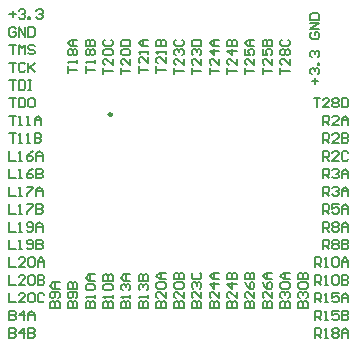
<source format=gto>
G04 This is an RS-274x file exported by *
G04 gerbv version 2.6A *
G04 More information is available about gerbv at *
G04 http://gerbv.geda-project.org/ *
G04 --End of header info--*
%MOIN*%
%FSLAX34Y34*%
%IPPOS*%
G04 --Define apertures--*
%ADD10C,0.0098*%
%ADD11C,0.0050*%
%ADD12C,0.0063*%
G04 --Start main section--*
G54D10*
G01X0005246Y0008268D02*
G75*
G03X0005246Y0008268I-000049J0000000D01*
G54D12*
G01X0001835Y0010000D02*
G01X0002045Y0010000D01*
G01X0002045Y0010000D02*
G01X0001940Y0010000D01*
G01X0001940Y0010000D02*
G01X0001940Y0009685D01*
G01X0002359Y0009948D02*
G01X0002307Y0010000D01*
G01X0002307Y0010000D02*
G01X0002202Y0010000D01*
G01X0002202Y0010000D02*
G01X0002150Y0009948D01*
G01X0002150Y0009948D02*
G01X0002150Y0009738D01*
G01X0002150Y0009738D02*
G01X0002202Y0009685D01*
G01X0002202Y0009685D02*
G01X0002307Y0009685D01*
G01X0002307Y0009685D02*
G01X0002359Y0009738D01*
G01X0002464Y0010000D02*
G01X0002464Y0009685D01*
G01X0002464Y0009685D02*
G01X0002464Y0009790D01*
G01X0002464Y0009790D02*
G01X0002674Y0010000D01*
G01X0002674Y0010000D02*
G01X0002517Y0009843D01*
G01X0002517Y0009843D02*
G01X0002674Y0009685D01*
G01X0001835Y0010591D02*
G01X0002045Y0010591D01*
G01X0002045Y0010591D02*
G01X0001940Y0010591D01*
G01X0001940Y0010591D02*
G01X0001940Y0010276D01*
G01X0002150Y0010276D02*
G01X0002150Y0010591D01*
G01X0002150Y0010591D02*
G01X0002255Y0010486D01*
G01X0002255Y0010486D02*
G01X0002359Y0010591D01*
G01X0002359Y0010591D02*
G01X0002359Y0010276D01*
G01X0002674Y0010538D02*
G01X0002622Y0010591D01*
G01X0002622Y0010591D02*
G01X0002517Y0010591D01*
G01X0002517Y0010591D02*
G01X0002464Y0010538D01*
G01X0002464Y0010538D02*
G01X0002464Y0010486D01*
G01X0002464Y0010486D02*
G01X0002517Y0010433D01*
G01X0002517Y0010433D02*
G01X0002622Y0010433D01*
G01X0002622Y0010433D02*
G01X0002674Y0010381D01*
G01X0002674Y0010381D02*
G01X0002674Y0010328D01*
G01X0002674Y0010328D02*
G01X0002622Y0010276D01*
G01X0002622Y0010276D02*
G01X0002517Y0010276D01*
G01X0002517Y0010276D02*
G01X0002464Y0010328D01*
G01X0001835Y0008819D02*
G01X0002045Y0008819D01*
G01X0002045Y0008819D02*
G01X0001940Y0008819D01*
G01X0001940Y0008819D02*
G01X0001940Y0008504D01*
G01X0002150Y0008819D02*
G01X0002150Y0008504D01*
G01X0002150Y0008504D02*
G01X0002307Y0008504D01*
G01X0002307Y0008504D02*
G01X0002359Y0008557D01*
G01X0002359Y0008557D02*
G01X0002359Y0008766D01*
G01X0002359Y0008766D02*
G01X0002307Y0008819D01*
G01X0002307Y0008819D02*
G01X0002150Y0008819D01*
G01X0002622Y0008819D02*
G01X0002517Y0008819D01*
G01X0002517Y0008819D02*
G01X0002464Y0008766D01*
G01X0002464Y0008766D02*
G01X0002464Y0008557D01*
G01X0002464Y0008557D02*
G01X0002517Y0008504D01*
G01X0002517Y0008504D02*
G01X0002622Y0008504D01*
G01X0002622Y0008504D02*
G01X0002674Y0008557D01*
G01X0002674Y0008557D02*
G01X0002674Y0008766D01*
G01X0002674Y0008766D02*
G01X0002622Y0008819D01*
G01X0001835Y0009409D02*
G01X0002045Y0009409D01*
G01X0002045Y0009409D02*
G01X0001940Y0009409D01*
G01X0001940Y0009409D02*
G01X0001940Y0009095D01*
G01X0002150Y0009409D02*
G01X0002150Y0009095D01*
G01X0002150Y0009095D02*
G01X0002307Y0009095D01*
G01X0002307Y0009095D02*
G01X0002359Y0009147D01*
G01X0002359Y0009147D02*
G01X0002359Y0009357D01*
G01X0002359Y0009357D02*
G01X0002307Y0009409D01*
G01X0002307Y0009409D02*
G01X0002150Y0009409D01*
G01X0002464Y0009409D02*
G01X0002569Y0009409D01*
G01X0002569Y0009409D02*
G01X0002517Y0009409D01*
G01X0002517Y0009409D02*
G01X0002517Y0009095D01*
G01X0002517Y0009095D02*
G01X0002464Y0009095D01*
G01X0002464Y0009095D02*
G01X0002569Y0009095D01*
G01X0002045Y0011129D02*
G01X0001992Y0011181D01*
G01X0001992Y0011181D02*
G01X0001887Y0011181D01*
G01X0001887Y0011181D02*
G01X0001835Y0011129D01*
G01X0001835Y0011129D02*
G01X0001835Y0010919D01*
G01X0001835Y0010919D02*
G01X0001887Y0010866D01*
G01X0001887Y0010866D02*
G01X0001992Y0010866D01*
G01X0001992Y0010866D02*
G01X0002045Y0010919D01*
G01X0002045Y0010919D02*
G01X0002045Y0011024D01*
G01X0002045Y0011024D02*
G01X0001940Y0011024D01*
G01X0002150Y0010866D02*
G01X0002150Y0011181D01*
G01X0002150Y0011181D02*
G01X0002359Y0010866D01*
G01X0002359Y0010866D02*
G01X0002359Y0011181D01*
G01X0002464Y0011181D02*
G01X0002464Y0010866D01*
G01X0002464Y0010866D02*
G01X0002622Y0010866D01*
G01X0002622Y0010866D02*
G01X0002674Y0010919D01*
G01X0002674Y0010919D02*
G01X0002674Y0011129D01*
G01X0002674Y0011129D02*
G01X0002622Y0011181D01*
G01X0002622Y0011181D02*
G01X0002464Y0011181D01*
G01X0011903Y0011011D02*
G01X0011850Y0010958D01*
G01X0011850Y0010958D02*
G01X0011850Y0010853D01*
G01X0011850Y0010853D02*
G01X0011903Y0010801D01*
G01X0011903Y0010801D02*
G01X0012113Y0010801D01*
G01X0012113Y0010801D02*
G01X0012165Y0010853D01*
G01X0012165Y0010853D02*
G01X0012165Y0010958D01*
G01X0012165Y0010958D02*
G01X0012113Y0011011D01*
G01X0012113Y0011011D02*
G01X0012008Y0011011D01*
G01X0012008Y0011011D02*
G01X0012008Y0010906D01*
G01X0012165Y0011116D02*
G01X0011850Y0011116D01*
G01X0011850Y0011116D02*
G01X0012165Y0011325D01*
G01X0012165Y0011325D02*
G01X0011850Y0011325D01*
G01X0011850Y0011430D02*
G01X0012165Y0011430D01*
G01X0012165Y0011430D02*
G01X0012165Y0011588D01*
G01X0012165Y0011588D02*
G01X0012113Y0011640D01*
G01X0012113Y0011640D02*
G01X0011903Y0011640D01*
G01X0011903Y0011640D02*
G01X0011850Y0011588D01*
G01X0011850Y0011588D02*
G01X0011850Y0011430D01*
G01X0012008Y0009292D02*
G01X0012008Y0009501D01*
G01X0011903Y0009397D02*
G01X0012113Y0009397D01*
G01X0011903Y0009606D02*
G01X0011850Y0009659D01*
G01X0011850Y0009659D02*
G01X0011850Y0009764D01*
G01X0011850Y0009764D02*
G01X0011903Y0009816D01*
G01X0011903Y0009816D02*
G01X0011955Y0009816D01*
G01X0011955Y0009816D02*
G01X0012008Y0009764D01*
G01X0012008Y0009764D02*
G01X0012008Y0009711D01*
G01X0012008Y0009711D02*
G01X0012008Y0009764D01*
G01X0012008Y0009764D02*
G01X0012060Y0009816D01*
G01X0012060Y0009816D02*
G01X0012113Y0009816D01*
G01X0012113Y0009816D02*
G01X0012165Y0009764D01*
G01X0012165Y0009764D02*
G01X0012165Y0009659D01*
G01X0012165Y0009659D02*
G01X0012113Y0009606D01*
G01X0012165Y0009921D02*
G01X0012113Y0009921D01*
G01X0012113Y0009921D02*
G01X0012113Y0009974D01*
G01X0012113Y0009974D02*
G01X0012165Y0009974D01*
G01X0012165Y0009974D02*
G01X0012165Y0009921D01*
G01X0011903Y0010184D02*
G01X0011850Y0010236D01*
G01X0011850Y0010236D02*
G01X0011850Y0010341D01*
G01X0011850Y0010341D02*
G01X0011903Y0010394D01*
G01X0011903Y0010394D02*
G01X0011955Y0010394D01*
G01X0011955Y0010394D02*
G01X0012008Y0010341D01*
G01X0012008Y0010341D02*
G01X0012008Y0010289D01*
G01X0012008Y0010289D02*
G01X0012008Y0010341D01*
G01X0012008Y0010341D02*
G01X0012060Y0010394D01*
G01X0012060Y0010394D02*
G01X0012113Y0010394D01*
G01X0012113Y0010394D02*
G01X0012165Y0010341D01*
G01X0012165Y0010341D02*
G01X0012165Y0010236D01*
G01X0012165Y0010236D02*
G01X0012113Y0010184D01*
G01X0012024Y0000827D02*
G01X0012024Y0001142D01*
G01X0012024Y0001142D02*
G01X0012181Y0001142D01*
G01X0012181Y0001142D02*
G01X0012234Y0001089D01*
G01X0012234Y0001089D02*
G01X0012234Y0000984D01*
G01X0012234Y0000984D02*
G01X0012181Y0000932D01*
G01X0012181Y0000932D02*
G01X0012024Y0000932D01*
G01X0012129Y0000932D02*
G01X0012234Y0000827D01*
G01X0012339Y0000827D02*
G01X0012444Y0000827D01*
G01X0012444Y0000827D02*
G01X0012391Y0000827D01*
G01X0012391Y0000827D02*
G01X0012391Y0001142D01*
G01X0012391Y0001142D02*
G01X0012339Y0001089D01*
G01X0012601Y0001089D02*
G01X0012654Y0001142D01*
G01X0012654Y0001142D02*
G01X0012759Y0001142D01*
G01X0012759Y0001142D02*
G01X0012811Y0001089D01*
G01X0012811Y0001089D02*
G01X0012811Y0001037D01*
G01X0012811Y0001037D02*
G01X0012759Y0000984D01*
G01X0012759Y0000984D02*
G01X0012811Y0000932D01*
G01X0012811Y0000932D02*
G01X0012811Y0000879D01*
G01X0012811Y0000879D02*
G01X0012759Y0000827D01*
G01X0012759Y0000827D02*
G01X0012654Y0000827D01*
G01X0012654Y0000827D02*
G01X0012601Y0000879D01*
G01X0012601Y0000879D02*
G01X0012601Y0000932D01*
G01X0012601Y0000932D02*
G01X0012654Y0000984D01*
G01X0012654Y0000984D02*
G01X0012601Y0001037D01*
G01X0012601Y0001037D02*
G01X0012601Y0001089D01*
G01X0012654Y0000984D02*
G01X0012759Y0000984D01*
G01X0012916Y0000827D02*
G01X0012916Y0001037D01*
G01X0012916Y0001037D02*
G01X0013021Y0001142D01*
G01X0013021Y0001142D02*
G01X0013126Y0001037D01*
G01X0013126Y0001037D02*
G01X0013126Y0000827D01*
G01X0013126Y0000827D02*
G01X0013126Y0000984D01*
G01X0013126Y0000984D02*
G01X0012916Y0000984D01*
G01X0012024Y0001417D02*
G01X0012024Y0001732D01*
G01X0012024Y0001732D02*
G01X0012181Y0001732D01*
G01X0012181Y0001732D02*
G01X0012234Y0001680D01*
G01X0012234Y0001680D02*
G01X0012234Y0001575D01*
G01X0012234Y0001575D02*
G01X0012181Y0001522D01*
G01X0012181Y0001522D02*
G01X0012024Y0001522D01*
G01X0012129Y0001522D02*
G01X0012234Y0001417D01*
G01X0012339Y0001417D02*
G01X0012444Y0001417D01*
G01X0012444Y0001417D02*
G01X0012391Y0001417D01*
G01X0012391Y0001417D02*
G01X0012391Y0001732D01*
G01X0012391Y0001732D02*
G01X0012339Y0001680D01*
G01X0012811Y0001732D02*
G01X0012601Y0001732D01*
G01X0012601Y0001732D02*
G01X0012601Y0001575D01*
G01X0012601Y0001575D02*
G01X0012706Y0001627D01*
G01X0012706Y0001627D02*
G01X0012759Y0001627D01*
G01X0012759Y0001627D02*
G01X0012811Y0001575D01*
G01X0012811Y0001575D02*
G01X0012811Y0001470D01*
G01X0012811Y0001470D02*
G01X0012759Y0001417D01*
G01X0012759Y0001417D02*
G01X0012654Y0001417D01*
G01X0012654Y0001417D02*
G01X0012601Y0001470D01*
G01X0012916Y0001732D02*
G01X0012916Y0001417D01*
G01X0012916Y0001417D02*
G01X0013074Y0001417D01*
G01X0013074Y0001417D02*
G01X0013126Y0001470D01*
G01X0013126Y0001470D02*
G01X0013126Y0001522D01*
G01X0013126Y0001522D02*
G01X0013074Y0001575D01*
G01X0013074Y0001575D02*
G01X0012916Y0001575D01*
G01X0012916Y0001575D02*
G01X0013074Y0001575D01*
G01X0013074Y0001575D02*
G01X0013126Y0001627D01*
G01X0013126Y0001627D02*
G01X0013126Y0001680D01*
G01X0013126Y0001680D02*
G01X0013074Y0001732D01*
G01X0013074Y0001732D02*
G01X0012916Y0001732D01*
G01X0012024Y0002008D02*
G01X0012024Y0002323D01*
G01X0012024Y0002323D02*
G01X0012181Y0002323D01*
G01X0012181Y0002323D02*
G01X0012234Y0002270D01*
G01X0012234Y0002270D02*
G01X0012234Y0002165D01*
G01X0012234Y0002165D02*
G01X0012181Y0002113D01*
G01X0012181Y0002113D02*
G01X0012024Y0002113D01*
G01X0012129Y0002113D02*
G01X0012234Y0002008D01*
G01X0012339Y0002008D02*
G01X0012444Y0002008D01*
G01X0012444Y0002008D02*
G01X0012391Y0002008D01*
G01X0012391Y0002008D02*
G01X0012391Y0002323D01*
G01X0012391Y0002323D02*
G01X0012339Y0002270D01*
G01X0012811Y0002323D02*
G01X0012601Y0002323D01*
G01X0012601Y0002323D02*
G01X0012601Y0002165D01*
G01X0012601Y0002165D02*
G01X0012706Y0002218D01*
G01X0012706Y0002218D02*
G01X0012759Y0002218D01*
G01X0012759Y0002218D02*
G01X0012811Y0002165D01*
G01X0012811Y0002165D02*
G01X0012811Y0002060D01*
G01X0012811Y0002060D02*
G01X0012759Y0002008D01*
G01X0012759Y0002008D02*
G01X0012654Y0002008D01*
G01X0012654Y0002008D02*
G01X0012601Y0002060D01*
G01X0012916Y0002008D02*
G01X0012916Y0002218D01*
G01X0012916Y0002218D02*
G01X0013021Y0002323D01*
G01X0013021Y0002323D02*
G01X0013126Y0002218D01*
G01X0013126Y0002218D02*
G01X0013126Y0002008D01*
G01X0013126Y0002008D02*
G01X0013126Y0002165D01*
G01X0013126Y0002165D02*
G01X0012916Y0002165D01*
G01X0001835Y0002323D02*
G01X0001835Y0002008D01*
G01X0001835Y0002008D02*
G01X0002045Y0002008D01*
G01X0002359Y0002008D02*
G01X0002150Y0002008D01*
G01X0002150Y0002008D02*
G01X0002359Y0002218D01*
G01X0002359Y0002218D02*
G01X0002359Y0002270D01*
G01X0002359Y0002270D02*
G01X0002307Y0002323D01*
G01X0002307Y0002323D02*
G01X0002202Y0002323D01*
G01X0002202Y0002323D02*
G01X0002150Y0002270D01*
G01X0002464Y0002270D02*
G01X0002517Y0002323D01*
G01X0002517Y0002323D02*
G01X0002622Y0002323D01*
G01X0002622Y0002323D02*
G01X0002674Y0002270D01*
G01X0002674Y0002270D02*
G01X0002674Y0002060D01*
G01X0002674Y0002060D02*
G01X0002622Y0002008D01*
G01X0002622Y0002008D02*
G01X0002517Y0002008D01*
G01X0002517Y0002008D02*
G01X0002464Y0002060D01*
G01X0002464Y0002060D02*
G01X0002464Y0002270D01*
G01X0002989Y0002270D02*
G01X0002937Y0002323D01*
G01X0002937Y0002323D02*
G01X0002832Y0002323D01*
G01X0002832Y0002323D02*
G01X0002779Y0002270D01*
G01X0002779Y0002270D02*
G01X0002779Y0002060D01*
G01X0002779Y0002060D02*
G01X0002832Y0002008D01*
G01X0002832Y0002008D02*
G01X0002937Y0002008D01*
G01X0002937Y0002008D02*
G01X0002989Y0002060D01*
G01X0012024Y0002599D02*
G01X0012024Y0002913D01*
G01X0012024Y0002913D02*
G01X0012181Y0002913D01*
G01X0012181Y0002913D02*
G01X0012234Y0002861D01*
G01X0012234Y0002861D02*
G01X0012234Y0002756D01*
G01X0012234Y0002756D02*
G01X0012181Y0002703D01*
G01X0012181Y0002703D02*
G01X0012024Y0002703D01*
G01X0012129Y0002703D02*
G01X0012234Y0002599D01*
G01X0012339Y0002599D02*
G01X0012444Y0002599D01*
G01X0012444Y0002599D02*
G01X0012391Y0002599D01*
G01X0012391Y0002599D02*
G01X0012391Y0002913D01*
G01X0012391Y0002913D02*
G01X0012339Y0002861D01*
G01X0012601Y0002861D02*
G01X0012654Y0002913D01*
G01X0012654Y0002913D02*
G01X0012759Y0002913D01*
G01X0012759Y0002913D02*
G01X0012811Y0002861D01*
G01X0012811Y0002861D02*
G01X0012811Y0002651D01*
G01X0012811Y0002651D02*
G01X0012759Y0002599D01*
G01X0012759Y0002599D02*
G01X0012654Y0002599D01*
G01X0012654Y0002599D02*
G01X0012601Y0002651D01*
G01X0012601Y0002651D02*
G01X0012601Y0002861D01*
G01X0012916Y0002913D02*
G01X0012916Y0002599D01*
G01X0012916Y0002599D02*
G01X0013074Y0002599D01*
G01X0013074Y0002599D02*
G01X0013126Y0002651D01*
G01X0013126Y0002651D02*
G01X0013126Y0002703D01*
G01X0013126Y0002703D02*
G01X0013074Y0002756D01*
G01X0013074Y0002756D02*
G01X0012916Y0002756D01*
G01X0012916Y0002756D02*
G01X0013074Y0002756D01*
G01X0013074Y0002756D02*
G01X0013126Y0002808D01*
G01X0013126Y0002808D02*
G01X0013126Y0002861D01*
G01X0013126Y0002861D02*
G01X0013074Y0002913D01*
G01X0013074Y0002913D02*
G01X0012916Y0002913D01*
G01X0001835Y0002913D02*
G01X0001835Y0002599D01*
G01X0001835Y0002599D02*
G01X0002045Y0002599D01*
G01X0002359Y0002599D02*
G01X0002150Y0002599D01*
G01X0002150Y0002599D02*
G01X0002359Y0002808D01*
G01X0002359Y0002808D02*
G01X0002359Y0002861D01*
G01X0002359Y0002861D02*
G01X0002307Y0002913D01*
G01X0002307Y0002913D02*
G01X0002202Y0002913D01*
G01X0002202Y0002913D02*
G01X0002150Y0002861D01*
G01X0002464Y0002861D02*
G01X0002517Y0002913D01*
G01X0002517Y0002913D02*
G01X0002622Y0002913D01*
G01X0002622Y0002913D02*
G01X0002674Y0002861D01*
G01X0002674Y0002861D02*
G01X0002674Y0002651D01*
G01X0002674Y0002651D02*
G01X0002622Y0002599D01*
G01X0002622Y0002599D02*
G01X0002517Y0002599D01*
G01X0002517Y0002599D02*
G01X0002464Y0002651D01*
G01X0002464Y0002651D02*
G01X0002464Y0002861D01*
G01X0002779Y0002913D02*
G01X0002779Y0002599D01*
G01X0002779Y0002599D02*
G01X0002937Y0002599D01*
G01X0002937Y0002599D02*
G01X0002989Y0002651D01*
G01X0002989Y0002651D02*
G01X0002989Y0002703D01*
G01X0002989Y0002703D02*
G01X0002937Y0002756D01*
G01X0002937Y0002756D02*
G01X0002779Y0002756D01*
G01X0002779Y0002756D02*
G01X0002937Y0002756D01*
G01X0002937Y0002756D02*
G01X0002989Y0002808D01*
G01X0002989Y0002808D02*
G01X0002989Y0002861D01*
G01X0002989Y0002861D02*
G01X0002937Y0002913D01*
G01X0002937Y0002913D02*
G01X0002779Y0002913D01*
G01X0012024Y0003189D02*
G01X0012024Y0003504D01*
G01X0012024Y0003504D02*
G01X0012181Y0003504D01*
G01X0012181Y0003504D02*
G01X0012234Y0003451D01*
G01X0012234Y0003451D02*
G01X0012234Y0003347D01*
G01X0012234Y0003347D02*
G01X0012181Y0003294D01*
G01X0012181Y0003294D02*
G01X0012024Y0003294D01*
G01X0012129Y0003294D02*
G01X0012234Y0003189D01*
G01X0012339Y0003189D02*
G01X0012444Y0003189D01*
G01X0012444Y0003189D02*
G01X0012391Y0003189D01*
G01X0012391Y0003189D02*
G01X0012391Y0003504D01*
G01X0012391Y0003504D02*
G01X0012339Y0003451D01*
G01X0012601Y0003451D02*
G01X0012654Y0003504D01*
G01X0012654Y0003504D02*
G01X0012759Y0003504D01*
G01X0012759Y0003504D02*
G01X0012811Y0003451D01*
G01X0012811Y0003451D02*
G01X0012811Y0003242D01*
G01X0012811Y0003242D02*
G01X0012759Y0003189D01*
G01X0012759Y0003189D02*
G01X0012654Y0003189D01*
G01X0012654Y0003189D02*
G01X0012601Y0003242D01*
G01X0012601Y0003242D02*
G01X0012601Y0003451D01*
G01X0012916Y0003189D02*
G01X0012916Y0003399D01*
G01X0012916Y0003399D02*
G01X0013021Y0003504D01*
G01X0013021Y0003504D02*
G01X0013126Y0003399D01*
G01X0013126Y0003399D02*
G01X0013126Y0003189D01*
G01X0013126Y0003189D02*
G01X0013126Y0003347D01*
G01X0013126Y0003347D02*
G01X0012916Y0003347D01*
G01X0001835Y0003504D02*
G01X0001835Y0003189D01*
G01X0001835Y0003189D02*
G01X0002045Y0003189D01*
G01X0002359Y0003189D02*
G01X0002150Y0003189D01*
G01X0002150Y0003189D02*
G01X0002359Y0003399D01*
G01X0002359Y0003399D02*
G01X0002359Y0003451D01*
G01X0002359Y0003451D02*
G01X0002307Y0003504D01*
G01X0002307Y0003504D02*
G01X0002202Y0003504D01*
G01X0002202Y0003504D02*
G01X0002150Y0003451D01*
G01X0002464Y0003451D02*
G01X0002517Y0003504D01*
G01X0002517Y0003504D02*
G01X0002622Y0003504D01*
G01X0002622Y0003504D02*
G01X0002674Y0003451D01*
G01X0002674Y0003451D02*
G01X0002674Y0003242D01*
G01X0002674Y0003242D02*
G01X0002622Y0003189D01*
G01X0002622Y0003189D02*
G01X0002517Y0003189D01*
G01X0002517Y0003189D02*
G01X0002464Y0003242D01*
G01X0002464Y0003242D02*
G01X0002464Y0003451D01*
G01X0002779Y0003189D02*
G01X0002779Y0003399D01*
G01X0002779Y0003399D02*
G01X0002884Y0003504D01*
G01X0002884Y0003504D02*
G01X0002989Y0003399D01*
G01X0002989Y0003399D02*
G01X0002989Y0003189D01*
G01X0002989Y0003189D02*
G01X0002989Y0003347D01*
G01X0002989Y0003347D02*
G01X0002779Y0003347D01*
G01X0012286Y0003780D02*
G01X0012286Y0004094D01*
G01X0012286Y0004094D02*
G01X0012444Y0004094D01*
G01X0012444Y0004094D02*
G01X0012496Y0004042D01*
G01X0012496Y0004042D02*
G01X0012496Y0003937D01*
G01X0012496Y0003937D02*
G01X0012444Y0003885D01*
G01X0012444Y0003885D02*
G01X0012286Y0003885D01*
G01X0012391Y0003885D02*
G01X0012496Y0003780D01*
G01X0012601Y0004042D02*
G01X0012654Y0004094D01*
G01X0012654Y0004094D02*
G01X0012759Y0004094D01*
G01X0012759Y0004094D02*
G01X0012811Y0004042D01*
G01X0012811Y0004042D02*
G01X0012811Y0003990D01*
G01X0012811Y0003990D02*
G01X0012759Y0003937D01*
G01X0012759Y0003937D02*
G01X0012811Y0003885D01*
G01X0012811Y0003885D02*
G01X0012811Y0003832D01*
G01X0012811Y0003832D02*
G01X0012759Y0003780D01*
G01X0012759Y0003780D02*
G01X0012654Y0003780D01*
G01X0012654Y0003780D02*
G01X0012601Y0003832D01*
G01X0012601Y0003832D02*
G01X0012601Y0003885D01*
G01X0012601Y0003885D02*
G01X0012654Y0003937D01*
G01X0012654Y0003937D02*
G01X0012601Y0003990D01*
G01X0012601Y0003990D02*
G01X0012601Y0004042D01*
G01X0012654Y0003937D02*
G01X0012759Y0003937D01*
G01X0012916Y0004094D02*
G01X0012916Y0003780D01*
G01X0012916Y0003780D02*
G01X0013074Y0003780D01*
G01X0013074Y0003780D02*
G01X0013126Y0003832D01*
G01X0013126Y0003832D02*
G01X0013126Y0003885D01*
G01X0013126Y0003885D02*
G01X0013074Y0003937D01*
G01X0013074Y0003937D02*
G01X0012916Y0003937D01*
G01X0012916Y0003937D02*
G01X0013074Y0003937D01*
G01X0013074Y0003937D02*
G01X0013126Y0003990D01*
G01X0013126Y0003990D02*
G01X0013126Y0004042D01*
G01X0013126Y0004042D02*
G01X0013074Y0004094D01*
G01X0013074Y0004094D02*
G01X0012916Y0004094D01*
G01X0001835Y0004094D02*
G01X0001835Y0003780D01*
G01X0001835Y0003780D02*
G01X0002045Y0003780D01*
G01X0002150Y0003780D02*
G01X0002255Y0003780D01*
G01X0002255Y0003780D02*
G01X0002202Y0003780D01*
G01X0002202Y0003780D02*
G01X0002202Y0004094D01*
G01X0002202Y0004094D02*
G01X0002150Y0004042D01*
G01X0002412Y0003832D02*
G01X0002464Y0003780D01*
G01X0002464Y0003780D02*
G01X0002569Y0003780D01*
G01X0002569Y0003780D02*
G01X0002622Y0003832D01*
G01X0002622Y0003832D02*
G01X0002622Y0004042D01*
G01X0002622Y0004042D02*
G01X0002569Y0004094D01*
G01X0002569Y0004094D02*
G01X0002464Y0004094D01*
G01X0002464Y0004094D02*
G01X0002412Y0004042D01*
G01X0002412Y0004042D02*
G01X0002412Y0003990D01*
G01X0002412Y0003990D02*
G01X0002464Y0003937D01*
G01X0002464Y0003937D02*
G01X0002622Y0003937D01*
G01X0002727Y0004094D02*
G01X0002727Y0003780D01*
G01X0002727Y0003780D02*
G01X0002884Y0003780D01*
G01X0002884Y0003780D02*
G01X0002937Y0003832D01*
G01X0002937Y0003832D02*
G01X0002937Y0003885D01*
G01X0002937Y0003885D02*
G01X0002884Y0003937D01*
G01X0002884Y0003937D02*
G01X0002727Y0003937D01*
G01X0002727Y0003937D02*
G01X0002884Y0003937D01*
G01X0002884Y0003937D02*
G01X0002937Y0003990D01*
G01X0002937Y0003990D02*
G01X0002937Y0004042D01*
G01X0002937Y0004042D02*
G01X0002884Y0004094D01*
G01X0002884Y0004094D02*
G01X0002727Y0004094D01*
G01X0012286Y0004370D02*
G01X0012286Y0004685D01*
G01X0012286Y0004685D02*
G01X0012444Y0004685D01*
G01X0012444Y0004685D02*
G01X0012496Y0004633D01*
G01X0012496Y0004633D02*
G01X0012496Y0004528D01*
G01X0012496Y0004528D02*
G01X0012444Y0004475D01*
G01X0012444Y0004475D02*
G01X0012286Y0004475D01*
G01X0012391Y0004475D02*
G01X0012496Y0004370D01*
G01X0012601Y0004633D02*
G01X0012654Y0004685D01*
G01X0012654Y0004685D02*
G01X0012759Y0004685D01*
G01X0012759Y0004685D02*
G01X0012811Y0004633D01*
G01X0012811Y0004633D02*
G01X0012811Y0004580D01*
G01X0012811Y0004580D02*
G01X0012759Y0004528D01*
G01X0012759Y0004528D02*
G01X0012811Y0004475D01*
G01X0012811Y0004475D02*
G01X0012811Y0004423D01*
G01X0012811Y0004423D02*
G01X0012759Y0004370D01*
G01X0012759Y0004370D02*
G01X0012654Y0004370D01*
G01X0012654Y0004370D02*
G01X0012601Y0004423D01*
G01X0012601Y0004423D02*
G01X0012601Y0004475D01*
G01X0012601Y0004475D02*
G01X0012654Y0004528D01*
G01X0012654Y0004528D02*
G01X0012601Y0004580D01*
G01X0012601Y0004580D02*
G01X0012601Y0004633D01*
G01X0012654Y0004528D02*
G01X0012759Y0004528D01*
G01X0012916Y0004370D02*
G01X0012916Y0004580D01*
G01X0012916Y0004580D02*
G01X0013021Y0004685D01*
G01X0013021Y0004685D02*
G01X0013126Y0004580D01*
G01X0013126Y0004580D02*
G01X0013126Y0004370D01*
G01X0013126Y0004370D02*
G01X0013126Y0004528D01*
G01X0013126Y0004528D02*
G01X0012916Y0004528D01*
G01X0001835Y0004685D02*
G01X0001835Y0004370D01*
G01X0001835Y0004370D02*
G01X0002045Y0004370D01*
G01X0002150Y0004370D02*
G01X0002255Y0004370D01*
G01X0002255Y0004370D02*
G01X0002202Y0004370D01*
G01X0002202Y0004370D02*
G01X0002202Y0004685D01*
G01X0002202Y0004685D02*
G01X0002150Y0004633D01*
G01X0002412Y0004423D02*
G01X0002464Y0004370D01*
G01X0002464Y0004370D02*
G01X0002569Y0004370D01*
G01X0002569Y0004370D02*
G01X0002622Y0004423D01*
G01X0002622Y0004423D02*
G01X0002622Y0004633D01*
G01X0002622Y0004633D02*
G01X0002569Y0004685D01*
G01X0002569Y0004685D02*
G01X0002464Y0004685D01*
G01X0002464Y0004685D02*
G01X0002412Y0004633D01*
G01X0002412Y0004633D02*
G01X0002412Y0004580D01*
G01X0002412Y0004580D02*
G01X0002464Y0004528D01*
G01X0002464Y0004528D02*
G01X0002622Y0004528D01*
G01X0002727Y0004370D02*
G01X0002727Y0004580D01*
G01X0002727Y0004580D02*
G01X0002832Y0004685D01*
G01X0002832Y0004685D02*
G01X0002937Y0004580D01*
G01X0002937Y0004580D02*
G01X0002937Y0004370D01*
G01X0002937Y0004370D02*
G01X0002937Y0004528D01*
G01X0002937Y0004528D02*
G01X0002727Y0004528D01*
G01X0012286Y0004961D02*
G01X0012286Y0005276D01*
G01X0012286Y0005276D02*
G01X0012444Y0005276D01*
G01X0012444Y0005276D02*
G01X0012496Y0005223D01*
G01X0012496Y0005223D02*
G01X0012496Y0005118D01*
G01X0012496Y0005118D02*
G01X0012444Y0005066D01*
G01X0012444Y0005066D02*
G01X0012286Y0005066D01*
G01X0012391Y0005066D02*
G01X0012496Y0004961D01*
G01X0012811Y0005276D02*
G01X0012601Y0005276D01*
G01X0012601Y0005276D02*
G01X0012601Y0005118D01*
G01X0012601Y0005118D02*
G01X0012706Y0005171D01*
G01X0012706Y0005171D02*
G01X0012759Y0005171D01*
G01X0012759Y0005171D02*
G01X0012811Y0005118D01*
G01X0012811Y0005118D02*
G01X0012811Y0005013D01*
G01X0012811Y0005013D02*
G01X0012759Y0004961D01*
G01X0012759Y0004961D02*
G01X0012654Y0004961D01*
G01X0012654Y0004961D02*
G01X0012601Y0005013D01*
G01X0012916Y0004961D02*
G01X0012916Y0005171D01*
G01X0012916Y0005171D02*
G01X0013021Y0005276D01*
G01X0013021Y0005276D02*
G01X0013126Y0005171D01*
G01X0013126Y0005171D02*
G01X0013126Y0004961D01*
G01X0013126Y0004961D02*
G01X0013126Y0005118D01*
G01X0013126Y0005118D02*
G01X0012916Y0005118D01*
G01X0001835Y0005276D02*
G01X0001835Y0004961D01*
G01X0001835Y0004961D02*
G01X0002045Y0004961D01*
G01X0002150Y0004961D02*
G01X0002255Y0004961D01*
G01X0002255Y0004961D02*
G01X0002202Y0004961D01*
G01X0002202Y0004961D02*
G01X0002202Y0005276D01*
G01X0002202Y0005276D02*
G01X0002150Y0005223D01*
G01X0002412Y0005276D02*
G01X0002622Y0005276D01*
G01X0002622Y0005276D02*
G01X0002622Y0005223D01*
G01X0002622Y0005223D02*
G01X0002412Y0005013D01*
G01X0002412Y0005013D02*
G01X0002412Y0004961D01*
G01X0002727Y0005276D02*
G01X0002727Y0004961D01*
G01X0002727Y0004961D02*
G01X0002884Y0004961D01*
G01X0002884Y0004961D02*
G01X0002937Y0005013D01*
G01X0002937Y0005013D02*
G01X0002937Y0005066D01*
G01X0002937Y0005066D02*
G01X0002884Y0005118D01*
G01X0002884Y0005118D02*
G01X0002727Y0005118D01*
G01X0002727Y0005118D02*
G01X0002884Y0005118D01*
G01X0002884Y0005118D02*
G01X0002937Y0005171D01*
G01X0002937Y0005171D02*
G01X0002937Y0005223D01*
G01X0002937Y0005223D02*
G01X0002884Y0005276D01*
G01X0002884Y0005276D02*
G01X0002727Y0005276D01*
G01X0012286Y0005551D02*
G01X0012286Y0005866D01*
G01X0012286Y0005866D02*
G01X0012444Y0005866D01*
G01X0012444Y0005866D02*
G01X0012496Y0005814D01*
G01X0012496Y0005814D02*
G01X0012496Y0005709D01*
G01X0012496Y0005709D02*
G01X0012444Y0005656D01*
G01X0012444Y0005656D02*
G01X0012286Y0005656D01*
G01X0012391Y0005656D02*
G01X0012496Y0005551D01*
G01X0012601Y0005814D02*
G01X0012654Y0005866D01*
G01X0012654Y0005866D02*
G01X0012759Y0005866D01*
G01X0012759Y0005866D02*
G01X0012811Y0005814D01*
G01X0012811Y0005814D02*
G01X0012811Y0005761D01*
G01X0012811Y0005761D02*
G01X0012759Y0005709D01*
G01X0012759Y0005709D02*
G01X0012706Y0005709D01*
G01X0012706Y0005709D02*
G01X0012759Y0005709D01*
G01X0012759Y0005709D02*
G01X0012811Y0005656D01*
G01X0012811Y0005656D02*
G01X0012811Y0005604D01*
G01X0012811Y0005604D02*
G01X0012759Y0005551D01*
G01X0012759Y0005551D02*
G01X0012654Y0005551D01*
G01X0012654Y0005551D02*
G01X0012601Y0005604D01*
G01X0012916Y0005551D02*
G01X0012916Y0005761D01*
G01X0012916Y0005761D02*
G01X0013021Y0005866D01*
G01X0013021Y0005866D02*
G01X0013126Y0005761D01*
G01X0013126Y0005761D02*
G01X0013126Y0005551D01*
G01X0013126Y0005551D02*
G01X0013126Y0005709D01*
G01X0013126Y0005709D02*
G01X0012916Y0005709D01*
G01X0001835Y0005866D02*
G01X0001835Y0005551D01*
G01X0001835Y0005551D02*
G01X0002045Y0005551D01*
G01X0002150Y0005551D02*
G01X0002255Y0005551D01*
G01X0002255Y0005551D02*
G01X0002202Y0005551D01*
G01X0002202Y0005551D02*
G01X0002202Y0005866D01*
G01X0002202Y0005866D02*
G01X0002150Y0005814D01*
G01X0002412Y0005866D02*
G01X0002622Y0005866D01*
G01X0002622Y0005866D02*
G01X0002622Y0005814D01*
G01X0002622Y0005814D02*
G01X0002412Y0005604D01*
G01X0002412Y0005604D02*
G01X0002412Y0005551D01*
G01X0002727Y0005551D02*
G01X0002727Y0005761D01*
G01X0002727Y0005761D02*
G01X0002832Y0005866D01*
G01X0002832Y0005866D02*
G01X0002937Y0005761D01*
G01X0002937Y0005761D02*
G01X0002937Y0005551D01*
G01X0002937Y0005551D02*
G01X0002937Y0005709D01*
G01X0002937Y0005709D02*
G01X0002727Y0005709D01*
G01X0012286Y0006142D02*
G01X0012286Y0006457D01*
G01X0012286Y0006457D02*
G01X0012444Y0006457D01*
G01X0012444Y0006457D02*
G01X0012496Y0006404D01*
G01X0012496Y0006404D02*
G01X0012496Y0006299D01*
G01X0012496Y0006299D02*
G01X0012444Y0006247D01*
G01X0012444Y0006247D02*
G01X0012286Y0006247D01*
G01X0012391Y0006247D02*
G01X0012496Y0006142D01*
G01X0012601Y0006404D02*
G01X0012654Y0006457D01*
G01X0012654Y0006457D02*
G01X0012759Y0006457D01*
G01X0012759Y0006457D02*
G01X0012811Y0006404D01*
G01X0012811Y0006404D02*
G01X0012811Y0006352D01*
G01X0012811Y0006352D02*
G01X0012759Y0006299D01*
G01X0012759Y0006299D02*
G01X0012706Y0006299D01*
G01X0012706Y0006299D02*
G01X0012759Y0006299D01*
G01X0012759Y0006299D02*
G01X0012811Y0006247D01*
G01X0012811Y0006247D02*
G01X0012811Y0006194D01*
G01X0012811Y0006194D02*
G01X0012759Y0006142D01*
G01X0012759Y0006142D02*
G01X0012654Y0006142D01*
G01X0012654Y0006142D02*
G01X0012601Y0006194D01*
G01X0012916Y0006142D02*
G01X0012916Y0006352D01*
G01X0012916Y0006352D02*
G01X0013021Y0006457D01*
G01X0013021Y0006457D02*
G01X0013126Y0006352D01*
G01X0013126Y0006352D02*
G01X0013126Y0006142D01*
G01X0013126Y0006142D02*
G01X0013126Y0006299D01*
G01X0013126Y0006299D02*
G01X0012916Y0006299D01*
G01X0001835Y0006457D02*
G01X0001835Y0006142D01*
G01X0001835Y0006142D02*
G01X0002045Y0006142D01*
G01X0002150Y0006142D02*
G01X0002255Y0006142D01*
G01X0002255Y0006142D02*
G01X0002202Y0006142D01*
G01X0002202Y0006142D02*
G01X0002202Y0006457D01*
G01X0002202Y0006457D02*
G01X0002150Y0006404D01*
G01X0002622Y0006457D02*
G01X0002517Y0006404D01*
G01X0002517Y0006404D02*
G01X0002412Y0006299D01*
G01X0002412Y0006299D02*
G01X0002412Y0006194D01*
G01X0002412Y0006194D02*
G01X0002464Y0006142D01*
G01X0002464Y0006142D02*
G01X0002569Y0006142D01*
G01X0002569Y0006142D02*
G01X0002622Y0006194D01*
G01X0002622Y0006194D02*
G01X0002622Y0006247D01*
G01X0002622Y0006247D02*
G01X0002569Y0006299D01*
G01X0002569Y0006299D02*
G01X0002412Y0006299D01*
G01X0002727Y0006457D02*
G01X0002727Y0006142D01*
G01X0002727Y0006142D02*
G01X0002884Y0006142D01*
G01X0002884Y0006142D02*
G01X0002937Y0006194D01*
G01X0002937Y0006194D02*
G01X0002937Y0006247D01*
G01X0002937Y0006247D02*
G01X0002884Y0006299D01*
G01X0002884Y0006299D02*
G01X0002727Y0006299D01*
G01X0002727Y0006299D02*
G01X0002884Y0006299D01*
G01X0002884Y0006299D02*
G01X0002937Y0006352D01*
G01X0002937Y0006352D02*
G01X0002937Y0006404D01*
G01X0002937Y0006404D02*
G01X0002884Y0006457D01*
G01X0002884Y0006457D02*
G01X0002727Y0006457D01*
G01X0012286Y0006732D02*
G01X0012286Y0007047D01*
G01X0012286Y0007047D02*
G01X0012444Y0007047D01*
G01X0012444Y0007047D02*
G01X0012496Y0006995D01*
G01X0012496Y0006995D02*
G01X0012496Y0006890D01*
G01X0012496Y0006890D02*
G01X0012444Y0006837D01*
G01X0012444Y0006837D02*
G01X0012286Y0006837D01*
G01X0012391Y0006837D02*
G01X0012496Y0006732D01*
G01X0012811Y0006732D02*
G01X0012601Y0006732D01*
G01X0012601Y0006732D02*
G01X0012811Y0006942D01*
G01X0012811Y0006942D02*
G01X0012811Y0006995D01*
G01X0012811Y0006995D02*
G01X0012759Y0007047D01*
G01X0012759Y0007047D02*
G01X0012654Y0007047D01*
G01X0012654Y0007047D02*
G01X0012601Y0006995D01*
G01X0013126Y0006995D02*
G01X0013074Y0007047D01*
G01X0013074Y0007047D02*
G01X0012969Y0007047D01*
G01X0012969Y0007047D02*
G01X0012916Y0006995D01*
G01X0012916Y0006995D02*
G01X0012916Y0006785D01*
G01X0012916Y0006785D02*
G01X0012969Y0006732D01*
G01X0012969Y0006732D02*
G01X0013074Y0006732D01*
G01X0013074Y0006732D02*
G01X0013126Y0006785D01*
G01X0001835Y0007047D02*
G01X0001835Y0006732D01*
G01X0001835Y0006732D02*
G01X0002045Y0006732D01*
G01X0002150Y0006732D02*
G01X0002255Y0006732D01*
G01X0002255Y0006732D02*
G01X0002202Y0006732D01*
G01X0002202Y0006732D02*
G01X0002202Y0007047D01*
G01X0002202Y0007047D02*
G01X0002150Y0006995D01*
G01X0002622Y0007047D02*
G01X0002517Y0006995D01*
G01X0002517Y0006995D02*
G01X0002412Y0006890D01*
G01X0002412Y0006890D02*
G01X0002412Y0006785D01*
G01X0002412Y0006785D02*
G01X0002464Y0006732D01*
G01X0002464Y0006732D02*
G01X0002569Y0006732D01*
G01X0002569Y0006732D02*
G01X0002622Y0006785D01*
G01X0002622Y0006785D02*
G01X0002622Y0006837D01*
G01X0002622Y0006837D02*
G01X0002569Y0006890D01*
G01X0002569Y0006890D02*
G01X0002412Y0006890D01*
G01X0002727Y0006732D02*
G01X0002727Y0006942D01*
G01X0002727Y0006942D02*
G01X0002832Y0007047D01*
G01X0002832Y0007047D02*
G01X0002937Y0006942D01*
G01X0002937Y0006942D02*
G01X0002937Y0006732D01*
G01X0002937Y0006732D02*
G01X0002937Y0006890D01*
G01X0002937Y0006890D02*
G01X0002727Y0006890D01*
G01X0012286Y0007323D02*
G01X0012286Y0007638D01*
G01X0012286Y0007638D02*
G01X0012444Y0007638D01*
G01X0012444Y0007638D02*
G01X0012496Y0007585D01*
G01X0012496Y0007585D02*
G01X0012496Y0007480D01*
G01X0012496Y0007480D02*
G01X0012444Y0007428D01*
G01X0012444Y0007428D02*
G01X0012286Y0007428D01*
G01X0012391Y0007428D02*
G01X0012496Y0007323D01*
G01X0012811Y0007323D02*
G01X0012601Y0007323D01*
G01X0012601Y0007323D02*
G01X0012811Y0007533D01*
G01X0012811Y0007533D02*
G01X0012811Y0007585D01*
G01X0012811Y0007585D02*
G01X0012759Y0007638D01*
G01X0012759Y0007638D02*
G01X0012654Y0007638D01*
G01X0012654Y0007638D02*
G01X0012601Y0007585D01*
G01X0012916Y0007638D02*
G01X0012916Y0007323D01*
G01X0012916Y0007323D02*
G01X0013074Y0007323D01*
G01X0013074Y0007323D02*
G01X0013126Y0007375D01*
G01X0013126Y0007375D02*
G01X0013126Y0007428D01*
G01X0013126Y0007428D02*
G01X0013074Y0007480D01*
G01X0013074Y0007480D02*
G01X0012916Y0007480D01*
G01X0012916Y0007480D02*
G01X0013074Y0007480D01*
G01X0013074Y0007480D02*
G01X0013126Y0007533D01*
G01X0013126Y0007533D02*
G01X0013126Y0007585D01*
G01X0013126Y0007585D02*
G01X0013074Y0007638D01*
G01X0013074Y0007638D02*
G01X0012916Y0007638D01*
G01X0012286Y0007913D02*
G01X0012286Y0008228D01*
G01X0012286Y0008228D02*
G01X0012444Y0008228D01*
G01X0012444Y0008228D02*
G01X0012496Y0008176D01*
G01X0012496Y0008176D02*
G01X0012496Y0008071D01*
G01X0012496Y0008071D02*
G01X0012444Y0008018D01*
G01X0012444Y0008018D02*
G01X0012286Y0008018D01*
G01X0012391Y0008018D02*
G01X0012496Y0007913D01*
G01X0012811Y0007913D02*
G01X0012601Y0007913D01*
G01X0012601Y0007913D02*
G01X0012811Y0008123D01*
G01X0012811Y0008123D02*
G01X0012811Y0008176D01*
G01X0012811Y0008176D02*
G01X0012759Y0008228D01*
G01X0012759Y0008228D02*
G01X0012654Y0008228D01*
G01X0012654Y0008228D02*
G01X0012601Y0008176D01*
G01X0012916Y0007913D02*
G01X0012916Y0008123D01*
G01X0012916Y0008123D02*
G01X0013021Y0008228D01*
G01X0013021Y0008228D02*
G01X0013126Y0008123D01*
G01X0013126Y0008123D02*
G01X0013126Y0007913D01*
G01X0013126Y0007913D02*
G01X0013126Y0008071D01*
G01X0013126Y0008071D02*
G01X0012916Y0008071D01*
G01X0011457Y0001835D02*
G01X0011772Y0001835D01*
G01X0011772Y0001835D02*
G01X0011772Y0001992D01*
G01X0011772Y0001992D02*
G01X0011719Y0002045D01*
G01X0011719Y0002045D02*
G01X0011667Y0002045D01*
G01X0011667Y0002045D02*
G01X0011614Y0001992D01*
G01X0011614Y0001992D02*
G01X0011614Y0001835D01*
G01X0011614Y0001835D02*
G01X0011614Y0001992D01*
G01X0011614Y0001992D02*
G01X0011562Y0002045D01*
G01X0011562Y0002045D02*
G01X0011509Y0002045D01*
G01X0011509Y0002045D02*
G01X0011457Y0001992D01*
G01X0011457Y0001992D02*
G01X0011457Y0001835D01*
G01X0011509Y0002150D02*
G01X0011457Y0002202D01*
G01X0011457Y0002202D02*
G01X0011457Y0002307D01*
G01X0011457Y0002307D02*
G01X0011509Y0002359D01*
G01X0011509Y0002359D02*
G01X0011562Y0002359D01*
G01X0011562Y0002359D02*
G01X0011614Y0002307D01*
G01X0011614Y0002307D02*
G01X0011614Y0002255D01*
G01X0011614Y0002255D02*
G01X0011614Y0002307D01*
G01X0011614Y0002307D02*
G01X0011667Y0002359D01*
G01X0011667Y0002359D02*
G01X0011719Y0002359D01*
G01X0011719Y0002359D02*
G01X0011772Y0002307D01*
G01X0011772Y0002307D02*
G01X0011772Y0002202D01*
G01X0011772Y0002202D02*
G01X0011719Y0002150D01*
G01X0011509Y0002464D02*
G01X0011457Y0002517D01*
G01X0011457Y0002517D02*
G01X0011457Y0002622D01*
G01X0011457Y0002622D02*
G01X0011509Y0002674D01*
G01X0011509Y0002674D02*
G01X0011719Y0002674D01*
G01X0011719Y0002674D02*
G01X0011772Y0002622D01*
G01X0011772Y0002622D02*
G01X0011772Y0002517D01*
G01X0011772Y0002517D02*
G01X0011719Y0002464D01*
G01X0011719Y0002464D02*
G01X0011509Y0002464D01*
G01X0011457Y0002779D02*
G01X0011772Y0002779D01*
G01X0011772Y0002779D02*
G01X0011772Y0002937D01*
G01X0011772Y0002937D02*
G01X0011719Y0002989D01*
G01X0011719Y0002989D02*
G01X0011667Y0002989D01*
G01X0011667Y0002989D02*
G01X0011614Y0002937D01*
G01X0011614Y0002937D02*
G01X0011614Y0002779D01*
G01X0011614Y0002779D02*
G01X0011614Y0002937D01*
G01X0011614Y0002937D02*
G01X0011562Y0002989D01*
G01X0011562Y0002989D02*
G01X0011509Y0002989D01*
G01X0011509Y0002989D02*
G01X0011457Y0002937D01*
G01X0011457Y0002937D02*
G01X0011457Y0002779D01*
G01X0010866Y0001835D02*
G01X0011181Y0001835D01*
G01X0011181Y0001835D02*
G01X0011181Y0001992D01*
G01X0011181Y0001992D02*
G01X0011129Y0002045D01*
G01X0011129Y0002045D02*
G01X0011076Y0002045D01*
G01X0011076Y0002045D02*
G01X0011024Y0001992D01*
G01X0011024Y0001992D02*
G01X0011024Y0001835D01*
G01X0011024Y0001835D02*
G01X0011024Y0001992D01*
G01X0011024Y0001992D02*
G01X0010971Y0002045D01*
G01X0010971Y0002045D02*
G01X0010919Y0002045D01*
G01X0010919Y0002045D02*
G01X0010866Y0001992D01*
G01X0010866Y0001992D02*
G01X0010866Y0001835D01*
G01X0010919Y0002150D02*
G01X0010866Y0002202D01*
G01X0010866Y0002202D02*
G01X0010866Y0002307D01*
G01X0010866Y0002307D02*
G01X0010919Y0002359D01*
G01X0010919Y0002359D02*
G01X0010971Y0002359D01*
G01X0010971Y0002359D02*
G01X0011024Y0002307D01*
G01X0011024Y0002307D02*
G01X0011024Y0002255D01*
G01X0011024Y0002255D02*
G01X0011024Y0002307D01*
G01X0011024Y0002307D02*
G01X0011076Y0002359D01*
G01X0011076Y0002359D02*
G01X0011129Y0002359D01*
G01X0011129Y0002359D02*
G01X0011181Y0002307D01*
G01X0011181Y0002307D02*
G01X0011181Y0002202D01*
G01X0011181Y0002202D02*
G01X0011129Y0002150D01*
G01X0010919Y0002464D02*
G01X0010866Y0002517D01*
G01X0010866Y0002517D02*
G01X0010866Y0002622D01*
G01X0010866Y0002622D02*
G01X0010919Y0002674D01*
G01X0010919Y0002674D02*
G01X0011129Y0002674D01*
G01X0011129Y0002674D02*
G01X0011181Y0002622D01*
G01X0011181Y0002622D02*
G01X0011181Y0002517D01*
G01X0011181Y0002517D02*
G01X0011129Y0002464D01*
G01X0011129Y0002464D02*
G01X0010919Y0002464D01*
G01X0011181Y0002779D02*
G01X0010971Y0002779D01*
G01X0010971Y0002779D02*
G01X0010866Y0002884D01*
G01X0010866Y0002884D02*
G01X0010971Y0002989D01*
G01X0010971Y0002989D02*
G01X0011181Y0002989D01*
G01X0011181Y0002989D02*
G01X0011024Y0002989D01*
G01X0011024Y0002989D02*
G01X0011024Y0002779D01*
G01X0011972Y0008819D02*
G01X0012181Y0008819D01*
G01X0012181Y0008819D02*
G01X0012076Y0008819D01*
G01X0012076Y0008819D02*
G01X0012076Y0008504D01*
G01X0012496Y0008504D02*
G01X0012286Y0008504D01*
G01X0012286Y0008504D02*
G01X0012496Y0008714D01*
G01X0012496Y0008714D02*
G01X0012496Y0008766D01*
G01X0012496Y0008766D02*
G01X0012444Y0008819D01*
G01X0012444Y0008819D02*
G01X0012339Y0008819D01*
G01X0012339Y0008819D02*
G01X0012286Y0008766D01*
G01X0012601Y0008766D02*
G01X0012654Y0008819D01*
G01X0012654Y0008819D02*
G01X0012759Y0008819D01*
G01X0012759Y0008819D02*
G01X0012811Y0008766D01*
G01X0012811Y0008766D02*
G01X0012811Y0008714D01*
G01X0012811Y0008714D02*
G01X0012759Y0008661D01*
G01X0012759Y0008661D02*
G01X0012811Y0008609D01*
G01X0012811Y0008609D02*
G01X0012811Y0008557D01*
G01X0012811Y0008557D02*
G01X0012759Y0008504D01*
G01X0012759Y0008504D02*
G01X0012654Y0008504D01*
G01X0012654Y0008504D02*
G01X0012601Y0008557D01*
G01X0012601Y0008557D02*
G01X0012601Y0008609D01*
G01X0012601Y0008609D02*
G01X0012654Y0008661D01*
G01X0012654Y0008661D02*
G01X0012601Y0008714D01*
G01X0012601Y0008714D02*
G01X0012601Y0008766D01*
G01X0012654Y0008661D02*
G01X0012759Y0008661D01*
G01X0012916Y0008819D02*
G01X0012916Y0008504D01*
G01X0012916Y0008504D02*
G01X0013074Y0008504D01*
G01X0013074Y0008504D02*
G01X0013126Y0008557D01*
G01X0013126Y0008557D02*
G01X0013126Y0008766D01*
G01X0013126Y0008766D02*
G01X0013074Y0008819D01*
G01X0013074Y0008819D02*
G01X0012916Y0008819D01*
G01X0009685Y0001835D02*
G01X0010000Y0001835D01*
G01X0010000Y0001835D02*
G01X0010000Y0001992D01*
G01X0010000Y0001992D02*
G01X0009948Y0002045D01*
G01X0009948Y0002045D02*
G01X0009895Y0002045D01*
G01X0009895Y0002045D02*
G01X0009843Y0001992D01*
G01X0009843Y0001992D02*
G01X0009843Y0001835D01*
G01X0009843Y0001835D02*
G01X0009843Y0001992D01*
G01X0009843Y0001992D02*
G01X0009790Y0002045D01*
G01X0009790Y0002045D02*
G01X0009738Y0002045D01*
G01X0009738Y0002045D02*
G01X0009685Y0001992D01*
G01X0009685Y0001992D02*
G01X0009685Y0001835D01*
G01X0010000Y0002359D02*
G01X0010000Y0002150D01*
G01X0010000Y0002150D02*
G01X0009790Y0002359D01*
G01X0009790Y0002359D02*
G01X0009738Y0002359D01*
G01X0009738Y0002359D02*
G01X0009685Y0002307D01*
G01X0009685Y0002307D02*
G01X0009685Y0002202D01*
G01X0009685Y0002202D02*
G01X0009738Y0002150D01*
G01X0009685Y0002674D02*
G01X0009738Y0002569D01*
G01X0009738Y0002569D02*
G01X0009843Y0002464D01*
G01X0009843Y0002464D02*
G01X0009948Y0002464D01*
G01X0009948Y0002464D02*
G01X0010000Y0002517D01*
G01X0010000Y0002517D02*
G01X0010000Y0002622D01*
G01X0010000Y0002622D02*
G01X0009948Y0002674D01*
G01X0009948Y0002674D02*
G01X0009895Y0002674D01*
G01X0009895Y0002674D02*
G01X0009843Y0002622D01*
G01X0009843Y0002622D02*
G01X0009843Y0002464D01*
G01X0009685Y0002779D02*
G01X0010000Y0002779D01*
G01X0010000Y0002779D02*
G01X0010000Y0002937D01*
G01X0010000Y0002937D02*
G01X0009948Y0002989D01*
G01X0009948Y0002989D02*
G01X0009895Y0002989D01*
G01X0009895Y0002989D02*
G01X0009843Y0002937D01*
G01X0009843Y0002937D02*
G01X0009843Y0002779D01*
G01X0009843Y0002779D02*
G01X0009843Y0002937D01*
G01X0009843Y0002937D02*
G01X0009790Y0002989D01*
G01X0009790Y0002989D02*
G01X0009738Y0002989D01*
G01X0009738Y0002989D02*
G01X0009685Y0002937D01*
G01X0009685Y0002937D02*
G01X0009685Y0002779D01*
G01X0010866Y0009609D02*
G01X0010866Y0009819D01*
G01X0010866Y0009819D02*
G01X0010866Y0009714D01*
G01X0010866Y0009714D02*
G01X0011181Y0009714D01*
G01X0011181Y0010134D02*
G01X0011181Y0009924D01*
G01X0011181Y0009924D02*
G01X0010971Y0010134D01*
G01X0010971Y0010134D02*
G01X0010919Y0010134D01*
G01X0010919Y0010134D02*
G01X0010866Y0010082D01*
G01X0010866Y0010082D02*
G01X0010866Y0009977D01*
G01X0010866Y0009977D02*
G01X0010919Y0009924D01*
G01X0010919Y0010239D02*
G01X0010866Y0010292D01*
G01X0010866Y0010292D02*
G01X0010866Y0010396D01*
G01X0010866Y0010396D02*
G01X0010919Y0010449D01*
G01X0010919Y0010449D02*
G01X0010971Y0010449D01*
G01X0010971Y0010449D02*
G01X0011024Y0010396D01*
G01X0011024Y0010396D02*
G01X0011076Y0010449D01*
G01X0011076Y0010449D02*
G01X0011129Y0010449D01*
G01X0011129Y0010449D02*
G01X0011181Y0010396D01*
G01X0011181Y0010396D02*
G01X0011181Y0010292D01*
G01X0011181Y0010292D02*
G01X0011129Y0010239D01*
G01X0011129Y0010239D02*
G01X0011076Y0010239D01*
G01X0011076Y0010239D02*
G01X0011024Y0010292D01*
G01X0011024Y0010292D02*
G01X0010971Y0010239D01*
G01X0010971Y0010239D02*
G01X0010919Y0010239D01*
G01X0011024Y0010292D02*
G01X0011024Y0010396D01*
G01X0010919Y0010764D02*
G01X0010866Y0010711D01*
G01X0010866Y0010711D02*
G01X0010866Y0010606D01*
G01X0010866Y0010606D02*
G01X0010919Y0010554D01*
G01X0010919Y0010554D02*
G01X0011129Y0010554D01*
G01X0011129Y0010554D02*
G01X0011181Y0010606D01*
G01X0011181Y0010606D02*
G01X0011181Y0010711D01*
G01X0011181Y0010711D02*
G01X0011129Y0010764D01*
G01X0010276Y0001835D02*
G01X0010591Y0001835D01*
G01X0010591Y0001835D02*
G01X0010591Y0001992D01*
G01X0010591Y0001992D02*
G01X0010538Y0002045D01*
G01X0010538Y0002045D02*
G01X0010486Y0002045D01*
G01X0010486Y0002045D02*
G01X0010433Y0001992D01*
G01X0010433Y0001992D02*
G01X0010433Y0001835D01*
G01X0010433Y0001835D02*
G01X0010433Y0001992D01*
G01X0010433Y0001992D02*
G01X0010381Y0002045D01*
G01X0010381Y0002045D02*
G01X0010328Y0002045D01*
G01X0010328Y0002045D02*
G01X0010276Y0001992D01*
G01X0010276Y0001992D02*
G01X0010276Y0001835D01*
G01X0010591Y0002359D02*
G01X0010591Y0002150D01*
G01X0010591Y0002150D02*
G01X0010381Y0002359D01*
G01X0010381Y0002359D02*
G01X0010328Y0002359D01*
G01X0010328Y0002359D02*
G01X0010276Y0002307D01*
G01X0010276Y0002307D02*
G01X0010276Y0002202D01*
G01X0010276Y0002202D02*
G01X0010328Y0002150D01*
G01X0010276Y0002674D02*
G01X0010328Y0002569D01*
G01X0010328Y0002569D02*
G01X0010433Y0002464D01*
G01X0010433Y0002464D02*
G01X0010538Y0002464D01*
G01X0010538Y0002464D02*
G01X0010591Y0002517D01*
G01X0010591Y0002517D02*
G01X0010591Y0002622D01*
G01X0010591Y0002622D02*
G01X0010538Y0002674D01*
G01X0010538Y0002674D02*
G01X0010486Y0002674D01*
G01X0010486Y0002674D02*
G01X0010433Y0002622D01*
G01X0010433Y0002622D02*
G01X0010433Y0002464D01*
G01X0010591Y0002779D02*
G01X0010381Y0002779D01*
G01X0010381Y0002779D02*
G01X0010276Y0002884D01*
G01X0010276Y0002884D02*
G01X0010381Y0002989D01*
G01X0010381Y0002989D02*
G01X0010591Y0002989D01*
G01X0010591Y0002989D02*
G01X0010433Y0002989D01*
G01X0010433Y0002989D02*
G01X0010433Y0002779D01*
G01X0010276Y0009609D02*
G01X0010276Y0009819D01*
G01X0010276Y0009819D02*
G01X0010276Y0009714D01*
G01X0010276Y0009714D02*
G01X0010591Y0009714D01*
G01X0010591Y0010134D02*
G01X0010591Y0009924D01*
G01X0010591Y0009924D02*
G01X0010381Y0010134D01*
G01X0010381Y0010134D02*
G01X0010328Y0010134D01*
G01X0010328Y0010134D02*
G01X0010276Y0010082D01*
G01X0010276Y0010082D02*
G01X0010276Y0009977D01*
G01X0010276Y0009977D02*
G01X0010328Y0009924D01*
G01X0010276Y0010449D02*
G01X0010276Y0010239D01*
G01X0010276Y0010239D02*
G01X0010433Y0010239D01*
G01X0010433Y0010239D02*
G01X0010381Y0010344D01*
G01X0010381Y0010344D02*
G01X0010381Y0010396D01*
G01X0010381Y0010396D02*
G01X0010433Y0010449D01*
G01X0010433Y0010449D02*
G01X0010538Y0010449D01*
G01X0010538Y0010449D02*
G01X0010591Y0010396D01*
G01X0010591Y0010396D02*
G01X0010591Y0010292D01*
G01X0010591Y0010292D02*
G01X0010538Y0010239D01*
G01X0010276Y0010554D02*
G01X0010591Y0010554D01*
G01X0010591Y0010554D02*
G01X0010591Y0010711D01*
G01X0010591Y0010711D02*
G01X0010538Y0010764D01*
G01X0010538Y0010764D02*
G01X0010486Y0010764D01*
G01X0010486Y0010764D02*
G01X0010433Y0010711D01*
G01X0010433Y0010711D02*
G01X0010433Y0010554D01*
G01X0010433Y0010554D02*
G01X0010433Y0010711D01*
G01X0010433Y0010711D02*
G01X0010381Y0010764D01*
G01X0010381Y0010764D02*
G01X0010328Y0010764D01*
G01X0010328Y0010764D02*
G01X0010276Y0010711D01*
G01X0010276Y0010711D02*
G01X0010276Y0010554D01*
G01X0009095Y0001835D02*
G01X0009409Y0001835D01*
G01X0009409Y0001835D02*
G01X0009409Y0001992D01*
G01X0009409Y0001992D02*
G01X0009357Y0002045D01*
G01X0009357Y0002045D02*
G01X0009304Y0002045D01*
G01X0009304Y0002045D02*
G01X0009252Y0001992D01*
G01X0009252Y0001992D02*
G01X0009252Y0001835D01*
G01X0009252Y0001835D02*
G01X0009252Y0001992D01*
G01X0009252Y0001992D02*
G01X0009200Y0002045D01*
G01X0009200Y0002045D02*
G01X0009147Y0002045D01*
G01X0009147Y0002045D02*
G01X0009095Y0001992D01*
G01X0009095Y0001992D02*
G01X0009095Y0001835D01*
G01X0009409Y0002359D02*
G01X0009409Y0002150D01*
G01X0009409Y0002150D02*
G01X0009200Y0002359D01*
G01X0009200Y0002359D02*
G01X0009147Y0002359D01*
G01X0009147Y0002359D02*
G01X0009095Y0002307D01*
G01X0009095Y0002307D02*
G01X0009095Y0002202D01*
G01X0009095Y0002202D02*
G01X0009147Y0002150D01*
G01X0009409Y0002622D02*
G01X0009095Y0002622D01*
G01X0009095Y0002622D02*
G01X0009252Y0002464D01*
G01X0009252Y0002464D02*
G01X0009252Y0002674D01*
G01X0009095Y0002779D02*
G01X0009409Y0002779D01*
G01X0009409Y0002779D02*
G01X0009409Y0002937D01*
G01X0009409Y0002937D02*
G01X0009357Y0002989D01*
G01X0009357Y0002989D02*
G01X0009304Y0002989D01*
G01X0009304Y0002989D02*
G01X0009252Y0002937D01*
G01X0009252Y0002937D02*
G01X0009252Y0002779D01*
G01X0009252Y0002779D02*
G01X0009252Y0002937D01*
G01X0009252Y0002937D02*
G01X0009200Y0002989D01*
G01X0009200Y0002989D02*
G01X0009147Y0002989D01*
G01X0009147Y0002989D02*
G01X0009095Y0002937D01*
G01X0009095Y0002937D02*
G01X0009095Y0002779D01*
G01X0009685Y0009609D02*
G01X0009685Y0009819D01*
G01X0009685Y0009819D02*
G01X0009685Y0009714D01*
G01X0009685Y0009714D02*
G01X0010000Y0009714D01*
G01X0010000Y0010134D02*
G01X0010000Y0009924D01*
G01X0010000Y0009924D02*
G01X0009790Y0010134D01*
G01X0009790Y0010134D02*
G01X0009738Y0010134D01*
G01X0009738Y0010134D02*
G01X0009685Y0010082D01*
G01X0009685Y0010082D02*
G01X0009685Y0009977D01*
G01X0009685Y0009977D02*
G01X0009738Y0009924D01*
G01X0009685Y0010449D02*
G01X0009685Y0010239D01*
G01X0009685Y0010239D02*
G01X0009843Y0010239D01*
G01X0009843Y0010239D02*
G01X0009790Y0010344D01*
G01X0009790Y0010344D02*
G01X0009790Y0010396D01*
G01X0009790Y0010396D02*
G01X0009843Y0010449D01*
G01X0009843Y0010449D02*
G01X0009948Y0010449D01*
G01X0009948Y0010449D02*
G01X0010000Y0010396D01*
G01X0010000Y0010396D02*
G01X0010000Y0010292D01*
G01X0010000Y0010292D02*
G01X0009948Y0010239D01*
G01X0010000Y0010554D02*
G01X0009790Y0010554D01*
G01X0009790Y0010554D02*
G01X0009685Y0010659D01*
G01X0009685Y0010659D02*
G01X0009790Y0010764D01*
G01X0009790Y0010764D02*
G01X0010000Y0010764D01*
G01X0010000Y0010764D02*
G01X0009843Y0010764D01*
G01X0009843Y0010764D02*
G01X0009843Y0010554D01*
G01X0008504Y0001835D02*
G01X0008819Y0001835D01*
G01X0008819Y0001835D02*
G01X0008819Y0001992D01*
G01X0008819Y0001992D02*
G01X0008766Y0002045D01*
G01X0008766Y0002045D02*
G01X0008714Y0002045D01*
G01X0008714Y0002045D02*
G01X0008661Y0001992D01*
G01X0008661Y0001992D02*
G01X0008661Y0001835D01*
G01X0008661Y0001835D02*
G01X0008661Y0001992D01*
G01X0008661Y0001992D02*
G01X0008609Y0002045D01*
G01X0008609Y0002045D02*
G01X0008557Y0002045D01*
G01X0008557Y0002045D02*
G01X0008504Y0001992D01*
G01X0008504Y0001992D02*
G01X0008504Y0001835D01*
G01X0008819Y0002359D02*
G01X0008819Y0002150D01*
G01X0008819Y0002150D02*
G01X0008609Y0002359D01*
G01X0008609Y0002359D02*
G01X0008557Y0002359D01*
G01X0008557Y0002359D02*
G01X0008504Y0002307D01*
G01X0008504Y0002307D02*
G01X0008504Y0002202D01*
G01X0008504Y0002202D02*
G01X0008557Y0002150D01*
G01X0008819Y0002622D02*
G01X0008504Y0002622D01*
G01X0008504Y0002622D02*
G01X0008661Y0002464D01*
G01X0008661Y0002464D02*
G01X0008661Y0002674D01*
G01X0008819Y0002779D02*
G01X0008609Y0002779D01*
G01X0008609Y0002779D02*
G01X0008504Y0002884D01*
G01X0008504Y0002884D02*
G01X0008609Y0002989D01*
G01X0008609Y0002989D02*
G01X0008819Y0002989D01*
G01X0008819Y0002989D02*
G01X0008661Y0002989D01*
G01X0008661Y0002989D02*
G01X0008661Y0002779D01*
G01X0009095Y0009609D02*
G01X0009095Y0009819D01*
G01X0009095Y0009819D02*
G01X0009095Y0009714D01*
G01X0009095Y0009714D02*
G01X0009409Y0009714D01*
G01X0009409Y0010134D02*
G01X0009409Y0009924D01*
G01X0009409Y0009924D02*
G01X0009200Y0010134D01*
G01X0009200Y0010134D02*
G01X0009147Y0010134D01*
G01X0009147Y0010134D02*
G01X0009095Y0010082D01*
G01X0009095Y0010082D02*
G01X0009095Y0009977D01*
G01X0009095Y0009977D02*
G01X0009147Y0009924D01*
G01X0009409Y0010396D02*
G01X0009095Y0010396D01*
G01X0009095Y0010396D02*
G01X0009252Y0010239D01*
G01X0009252Y0010239D02*
G01X0009252Y0010449D01*
G01X0009095Y0010554D02*
G01X0009409Y0010554D01*
G01X0009409Y0010554D02*
G01X0009409Y0010711D01*
G01X0009409Y0010711D02*
G01X0009357Y0010764D01*
G01X0009357Y0010764D02*
G01X0009304Y0010764D01*
G01X0009304Y0010764D02*
G01X0009252Y0010711D01*
G01X0009252Y0010711D02*
G01X0009252Y0010554D01*
G01X0009252Y0010554D02*
G01X0009252Y0010711D01*
G01X0009252Y0010711D02*
G01X0009200Y0010764D01*
G01X0009200Y0010764D02*
G01X0009147Y0010764D01*
G01X0009147Y0010764D02*
G01X0009095Y0010711D01*
G01X0009095Y0010711D02*
G01X0009095Y0010554D01*
G01X0007913Y0001835D02*
G01X0008228Y0001835D01*
G01X0008228Y0001835D02*
G01X0008228Y0001992D01*
G01X0008228Y0001992D02*
G01X0008176Y0002045D01*
G01X0008176Y0002045D02*
G01X0008123Y0002045D01*
G01X0008123Y0002045D02*
G01X0008071Y0001992D01*
G01X0008071Y0001992D02*
G01X0008071Y0001835D01*
G01X0008071Y0001835D02*
G01X0008071Y0001992D01*
G01X0008071Y0001992D02*
G01X0008018Y0002045D01*
G01X0008018Y0002045D02*
G01X0007966Y0002045D01*
G01X0007966Y0002045D02*
G01X0007913Y0001992D01*
G01X0007913Y0001992D02*
G01X0007913Y0001835D01*
G01X0008228Y0002359D02*
G01X0008228Y0002150D01*
G01X0008228Y0002150D02*
G01X0008018Y0002359D01*
G01X0008018Y0002359D02*
G01X0007966Y0002359D01*
G01X0007966Y0002359D02*
G01X0007913Y0002307D01*
G01X0007913Y0002307D02*
G01X0007913Y0002202D01*
G01X0007913Y0002202D02*
G01X0007966Y0002150D01*
G01X0007966Y0002464D02*
G01X0007913Y0002517D01*
G01X0007913Y0002517D02*
G01X0007913Y0002622D01*
G01X0007913Y0002622D02*
G01X0007966Y0002674D01*
G01X0007966Y0002674D02*
G01X0008018Y0002674D01*
G01X0008018Y0002674D02*
G01X0008071Y0002622D01*
G01X0008071Y0002622D02*
G01X0008071Y0002569D01*
G01X0008071Y0002569D02*
G01X0008071Y0002622D01*
G01X0008071Y0002622D02*
G01X0008123Y0002674D01*
G01X0008123Y0002674D02*
G01X0008176Y0002674D01*
G01X0008176Y0002674D02*
G01X0008228Y0002622D01*
G01X0008228Y0002622D02*
G01X0008228Y0002517D01*
G01X0008228Y0002517D02*
G01X0008176Y0002464D01*
G01X0007966Y0002989D02*
G01X0007913Y0002937D01*
G01X0007913Y0002937D02*
G01X0007913Y0002832D01*
G01X0007913Y0002832D02*
G01X0007966Y0002779D01*
G01X0007966Y0002779D02*
G01X0008176Y0002779D01*
G01X0008176Y0002779D02*
G01X0008228Y0002832D01*
G01X0008228Y0002832D02*
G01X0008228Y0002937D01*
G01X0008228Y0002937D02*
G01X0008176Y0002989D01*
G01X0008504Y0009609D02*
G01X0008504Y0009819D01*
G01X0008504Y0009819D02*
G01X0008504Y0009714D01*
G01X0008504Y0009714D02*
G01X0008819Y0009714D01*
G01X0008819Y0010134D02*
G01X0008819Y0009924D01*
G01X0008819Y0009924D02*
G01X0008609Y0010134D01*
G01X0008609Y0010134D02*
G01X0008557Y0010134D01*
G01X0008557Y0010134D02*
G01X0008504Y0010082D01*
G01X0008504Y0010082D02*
G01X0008504Y0009977D01*
G01X0008504Y0009977D02*
G01X0008557Y0009924D01*
G01X0008819Y0010396D02*
G01X0008504Y0010396D01*
G01X0008504Y0010396D02*
G01X0008661Y0010239D01*
G01X0008661Y0010239D02*
G01X0008661Y0010449D01*
G01X0008819Y0010554D02*
G01X0008609Y0010554D01*
G01X0008609Y0010554D02*
G01X0008504Y0010659D01*
G01X0008504Y0010659D02*
G01X0008609Y0010764D01*
G01X0008609Y0010764D02*
G01X0008819Y0010764D01*
G01X0008819Y0010764D02*
G01X0008661Y0010764D01*
G01X0008661Y0010764D02*
G01X0008661Y0010554D01*
G01X0001835Y0011614D02*
G01X0002045Y0011614D01*
G01X0001940Y0011719D02*
G01X0001940Y0011509D01*
G01X0002150Y0011719D02*
G01X0002202Y0011772D01*
G01X0002202Y0011772D02*
G01X0002307Y0011772D01*
G01X0002307Y0011772D02*
G01X0002359Y0011719D01*
G01X0002359Y0011719D02*
G01X0002359Y0011667D01*
G01X0002359Y0011667D02*
G01X0002307Y0011614D01*
G01X0002307Y0011614D02*
G01X0002255Y0011614D01*
G01X0002255Y0011614D02*
G01X0002307Y0011614D01*
G01X0002307Y0011614D02*
G01X0002359Y0011562D01*
G01X0002359Y0011562D02*
G01X0002359Y0011509D01*
G01X0002359Y0011509D02*
G01X0002307Y0011457D01*
G01X0002307Y0011457D02*
G01X0002202Y0011457D01*
G01X0002202Y0011457D02*
G01X0002150Y0011509D01*
G01X0002464Y0011457D02*
G01X0002464Y0011509D01*
G01X0002464Y0011509D02*
G01X0002517Y0011509D01*
G01X0002517Y0011509D02*
G01X0002517Y0011457D01*
G01X0002517Y0011457D02*
G01X0002464Y0011457D01*
G01X0002727Y0011719D02*
G01X0002779Y0011772D01*
G01X0002779Y0011772D02*
G01X0002884Y0011772D01*
G01X0002884Y0011772D02*
G01X0002937Y0011719D01*
G01X0002937Y0011719D02*
G01X0002937Y0011667D01*
G01X0002937Y0011667D02*
G01X0002884Y0011614D01*
G01X0002884Y0011614D02*
G01X0002832Y0011614D01*
G01X0002832Y0011614D02*
G01X0002884Y0011614D01*
G01X0002884Y0011614D02*
G01X0002937Y0011562D01*
G01X0002937Y0011562D02*
G01X0002937Y0011509D01*
G01X0002937Y0011509D02*
G01X0002884Y0011457D01*
G01X0002884Y0011457D02*
G01X0002779Y0011457D01*
G01X0002779Y0011457D02*
G01X0002727Y0011509D01*
G01X0007323Y0001835D02*
G01X0007638Y0001835D01*
G01X0007638Y0001835D02*
G01X0007638Y0001992D01*
G01X0007638Y0001992D02*
G01X0007585Y0002045D01*
G01X0007585Y0002045D02*
G01X0007533Y0002045D01*
G01X0007533Y0002045D02*
G01X0007480Y0001992D01*
G01X0007480Y0001992D02*
G01X0007480Y0001835D01*
G01X0007480Y0001835D02*
G01X0007480Y0001992D01*
G01X0007480Y0001992D02*
G01X0007428Y0002045D01*
G01X0007428Y0002045D02*
G01X0007375Y0002045D01*
G01X0007375Y0002045D02*
G01X0007323Y0001992D01*
G01X0007323Y0001992D02*
G01X0007323Y0001835D01*
G01X0007638Y0002359D02*
G01X0007638Y0002150D01*
G01X0007638Y0002150D02*
G01X0007428Y0002359D01*
G01X0007428Y0002359D02*
G01X0007375Y0002359D01*
G01X0007375Y0002359D02*
G01X0007323Y0002307D01*
G01X0007323Y0002307D02*
G01X0007323Y0002202D01*
G01X0007323Y0002202D02*
G01X0007375Y0002150D01*
G01X0007375Y0002464D02*
G01X0007323Y0002517D01*
G01X0007323Y0002517D02*
G01X0007323Y0002622D01*
G01X0007323Y0002622D02*
G01X0007375Y0002674D01*
G01X0007375Y0002674D02*
G01X0007585Y0002674D01*
G01X0007585Y0002674D02*
G01X0007638Y0002622D01*
G01X0007638Y0002622D02*
G01X0007638Y0002517D01*
G01X0007638Y0002517D02*
G01X0007585Y0002464D01*
G01X0007585Y0002464D02*
G01X0007375Y0002464D01*
G01X0007323Y0002779D02*
G01X0007638Y0002779D01*
G01X0007638Y0002779D02*
G01X0007638Y0002937D01*
G01X0007638Y0002937D02*
G01X0007585Y0002989D01*
G01X0007585Y0002989D02*
G01X0007533Y0002989D01*
G01X0007533Y0002989D02*
G01X0007480Y0002937D01*
G01X0007480Y0002937D02*
G01X0007480Y0002779D01*
G01X0007480Y0002779D02*
G01X0007480Y0002937D01*
G01X0007480Y0002937D02*
G01X0007428Y0002989D01*
G01X0007428Y0002989D02*
G01X0007375Y0002989D01*
G01X0007375Y0002989D02*
G01X0007323Y0002937D01*
G01X0007323Y0002937D02*
G01X0007323Y0002779D01*
G01X0007913Y0009609D02*
G01X0007913Y0009819D01*
G01X0007913Y0009819D02*
G01X0007913Y0009714D01*
G01X0007913Y0009714D02*
G01X0008228Y0009714D01*
G01X0008228Y0010134D02*
G01X0008228Y0009924D01*
G01X0008228Y0009924D02*
G01X0008018Y0010134D01*
G01X0008018Y0010134D02*
G01X0007966Y0010134D01*
G01X0007966Y0010134D02*
G01X0007913Y0010082D01*
G01X0007913Y0010082D02*
G01X0007913Y0009977D01*
G01X0007913Y0009977D02*
G01X0007966Y0009924D01*
G01X0007966Y0010239D02*
G01X0007913Y0010292D01*
G01X0007913Y0010292D02*
G01X0007913Y0010396D01*
G01X0007913Y0010396D02*
G01X0007966Y0010449D01*
G01X0007966Y0010449D02*
G01X0008018Y0010449D01*
G01X0008018Y0010449D02*
G01X0008071Y0010396D01*
G01X0008071Y0010396D02*
G01X0008071Y0010344D01*
G01X0008071Y0010344D02*
G01X0008071Y0010396D01*
G01X0008071Y0010396D02*
G01X0008123Y0010449D01*
G01X0008123Y0010449D02*
G01X0008176Y0010449D01*
G01X0008176Y0010449D02*
G01X0008228Y0010396D01*
G01X0008228Y0010396D02*
G01X0008228Y0010292D01*
G01X0008228Y0010292D02*
G01X0008176Y0010239D01*
G01X0007913Y0010554D02*
G01X0008228Y0010554D01*
G01X0008228Y0010554D02*
G01X0008228Y0010711D01*
G01X0008228Y0010711D02*
G01X0008176Y0010764D01*
G01X0008176Y0010764D02*
G01X0007966Y0010764D01*
G01X0007966Y0010764D02*
G01X0007913Y0010711D01*
G01X0007913Y0010711D02*
G01X0007913Y0010554D01*
G01X0006732Y0001835D02*
G01X0007047Y0001835D01*
G01X0007047Y0001835D02*
G01X0007047Y0001992D01*
G01X0007047Y0001992D02*
G01X0006995Y0002045D01*
G01X0006995Y0002045D02*
G01X0006942Y0002045D01*
G01X0006942Y0002045D02*
G01X0006890Y0001992D01*
G01X0006890Y0001992D02*
G01X0006890Y0001835D01*
G01X0006890Y0001835D02*
G01X0006890Y0001992D01*
G01X0006890Y0001992D02*
G01X0006837Y0002045D01*
G01X0006837Y0002045D02*
G01X0006785Y0002045D01*
G01X0006785Y0002045D02*
G01X0006732Y0001992D01*
G01X0006732Y0001992D02*
G01X0006732Y0001835D01*
G01X0007047Y0002359D02*
G01X0007047Y0002150D01*
G01X0007047Y0002150D02*
G01X0006837Y0002359D01*
G01X0006837Y0002359D02*
G01X0006785Y0002359D01*
G01X0006785Y0002359D02*
G01X0006732Y0002307D01*
G01X0006732Y0002307D02*
G01X0006732Y0002202D01*
G01X0006732Y0002202D02*
G01X0006785Y0002150D01*
G01X0006785Y0002464D02*
G01X0006732Y0002517D01*
G01X0006732Y0002517D02*
G01X0006732Y0002622D01*
G01X0006732Y0002622D02*
G01X0006785Y0002674D01*
G01X0006785Y0002674D02*
G01X0006995Y0002674D01*
G01X0006995Y0002674D02*
G01X0007047Y0002622D01*
G01X0007047Y0002622D02*
G01X0007047Y0002517D01*
G01X0007047Y0002517D02*
G01X0006995Y0002464D01*
G01X0006995Y0002464D02*
G01X0006785Y0002464D01*
G01X0007047Y0002779D02*
G01X0006837Y0002779D01*
G01X0006837Y0002779D02*
G01X0006732Y0002884D01*
G01X0006732Y0002884D02*
G01X0006837Y0002989D01*
G01X0006837Y0002989D02*
G01X0007047Y0002989D01*
G01X0007047Y0002989D02*
G01X0006890Y0002989D01*
G01X0006890Y0002989D02*
G01X0006890Y0002779D01*
G01X0007323Y0009609D02*
G01X0007323Y0009819D01*
G01X0007323Y0009819D02*
G01X0007323Y0009714D01*
G01X0007323Y0009714D02*
G01X0007638Y0009714D01*
G01X0007638Y0010134D02*
G01X0007638Y0009924D01*
G01X0007638Y0009924D02*
G01X0007428Y0010134D01*
G01X0007428Y0010134D02*
G01X0007375Y0010134D01*
G01X0007375Y0010134D02*
G01X0007323Y0010082D01*
G01X0007323Y0010082D02*
G01X0007323Y0009977D01*
G01X0007323Y0009977D02*
G01X0007375Y0009924D01*
G01X0007375Y0010239D02*
G01X0007323Y0010292D01*
G01X0007323Y0010292D02*
G01X0007323Y0010396D01*
G01X0007323Y0010396D02*
G01X0007375Y0010449D01*
G01X0007375Y0010449D02*
G01X0007428Y0010449D01*
G01X0007428Y0010449D02*
G01X0007480Y0010396D01*
G01X0007480Y0010396D02*
G01X0007480Y0010344D01*
G01X0007480Y0010344D02*
G01X0007480Y0010396D01*
G01X0007480Y0010396D02*
G01X0007533Y0010449D01*
G01X0007533Y0010449D02*
G01X0007585Y0010449D01*
G01X0007585Y0010449D02*
G01X0007638Y0010396D01*
G01X0007638Y0010396D02*
G01X0007638Y0010292D01*
G01X0007638Y0010292D02*
G01X0007585Y0010239D01*
G01X0007375Y0010764D02*
G01X0007323Y0010711D01*
G01X0007323Y0010711D02*
G01X0007323Y0010606D01*
G01X0007323Y0010606D02*
G01X0007375Y0010554D01*
G01X0007375Y0010554D02*
G01X0007585Y0010554D01*
G01X0007585Y0010554D02*
G01X0007638Y0010606D01*
G01X0007638Y0010606D02*
G01X0007638Y0010711D01*
G01X0007638Y0010711D02*
G01X0007585Y0010764D01*
G01X0006142Y0001835D02*
G01X0006457Y0001835D01*
G01X0006457Y0001835D02*
G01X0006457Y0001992D01*
G01X0006457Y0001992D02*
G01X0006404Y0002045D01*
G01X0006404Y0002045D02*
G01X0006352Y0002045D01*
G01X0006352Y0002045D02*
G01X0006299Y0001992D01*
G01X0006299Y0001992D02*
G01X0006299Y0001835D01*
G01X0006299Y0001835D02*
G01X0006299Y0001992D01*
G01X0006299Y0001992D02*
G01X0006247Y0002045D01*
G01X0006247Y0002045D02*
G01X0006194Y0002045D01*
G01X0006194Y0002045D02*
G01X0006142Y0001992D01*
G01X0006142Y0001992D02*
G01X0006142Y0001835D01*
G01X0006457Y0002150D02*
G01X0006457Y0002255D01*
G01X0006457Y0002255D02*
G01X0006457Y0002202D01*
G01X0006457Y0002202D02*
G01X0006142Y0002202D01*
G01X0006142Y0002202D02*
G01X0006194Y0002150D01*
G01X0006194Y0002412D02*
G01X0006142Y0002464D01*
G01X0006142Y0002464D02*
G01X0006142Y0002569D01*
G01X0006142Y0002569D02*
G01X0006194Y0002622D01*
G01X0006194Y0002622D02*
G01X0006247Y0002622D01*
G01X0006247Y0002622D02*
G01X0006299Y0002569D01*
G01X0006299Y0002569D02*
G01X0006299Y0002517D01*
G01X0006299Y0002517D02*
G01X0006299Y0002569D01*
G01X0006299Y0002569D02*
G01X0006352Y0002622D01*
G01X0006352Y0002622D02*
G01X0006404Y0002622D01*
G01X0006404Y0002622D02*
G01X0006457Y0002569D01*
G01X0006457Y0002569D02*
G01X0006457Y0002464D01*
G01X0006457Y0002464D02*
G01X0006404Y0002412D01*
G01X0006142Y0002727D02*
G01X0006457Y0002727D01*
G01X0006457Y0002727D02*
G01X0006457Y0002884D01*
G01X0006457Y0002884D02*
G01X0006404Y0002937D01*
G01X0006404Y0002937D02*
G01X0006352Y0002937D01*
G01X0006352Y0002937D02*
G01X0006299Y0002884D01*
G01X0006299Y0002884D02*
G01X0006299Y0002727D01*
G01X0006299Y0002727D02*
G01X0006299Y0002884D01*
G01X0006299Y0002884D02*
G01X0006247Y0002937D01*
G01X0006247Y0002937D02*
G01X0006194Y0002937D01*
G01X0006194Y0002937D02*
G01X0006142Y0002884D01*
G01X0006142Y0002884D02*
G01X0006142Y0002727D01*
G01X0006732Y0009662D02*
G01X0006732Y0009872D01*
G01X0006732Y0009872D02*
G01X0006732Y0009767D01*
G01X0006732Y0009767D02*
G01X0007047Y0009767D01*
G01X0007047Y0010187D02*
G01X0007047Y0009977D01*
G01X0007047Y0009977D02*
G01X0006837Y0010187D01*
G01X0006837Y0010187D02*
G01X0006785Y0010187D01*
G01X0006785Y0010187D02*
G01X0006732Y0010134D01*
G01X0006732Y0010134D02*
G01X0006732Y0010029D01*
G01X0006732Y0010029D02*
G01X0006785Y0009977D01*
G01X0007047Y0010292D02*
G01X0007047Y0010396D01*
G01X0007047Y0010396D02*
G01X0007047Y0010344D01*
G01X0007047Y0010344D02*
G01X0006732Y0010344D01*
G01X0006732Y0010344D02*
G01X0006785Y0010292D01*
G01X0006732Y0010554D02*
G01X0007047Y0010554D01*
G01X0007047Y0010554D02*
G01X0007047Y0010711D01*
G01X0007047Y0010711D02*
G01X0006995Y0010764D01*
G01X0006995Y0010764D02*
G01X0006942Y0010764D01*
G01X0006942Y0010764D02*
G01X0006890Y0010711D01*
G01X0006890Y0010711D02*
G01X0006890Y0010554D01*
G01X0006890Y0010554D02*
G01X0006890Y0010711D01*
G01X0006890Y0010711D02*
G01X0006837Y0010764D01*
G01X0006837Y0010764D02*
G01X0006785Y0010764D01*
G01X0006785Y0010764D02*
G01X0006732Y0010711D01*
G01X0006732Y0010711D02*
G01X0006732Y0010554D01*
G01X0005551Y0001835D02*
G01X0005866Y0001835D01*
G01X0005866Y0001835D02*
G01X0005866Y0001992D01*
G01X0005866Y0001992D02*
G01X0005814Y0002045D01*
G01X0005814Y0002045D02*
G01X0005761Y0002045D01*
G01X0005761Y0002045D02*
G01X0005709Y0001992D01*
G01X0005709Y0001992D02*
G01X0005709Y0001835D01*
G01X0005709Y0001835D02*
G01X0005709Y0001992D01*
G01X0005709Y0001992D02*
G01X0005656Y0002045D01*
G01X0005656Y0002045D02*
G01X0005604Y0002045D01*
G01X0005604Y0002045D02*
G01X0005551Y0001992D01*
G01X0005551Y0001992D02*
G01X0005551Y0001835D01*
G01X0005866Y0002150D02*
G01X0005866Y0002255D01*
G01X0005866Y0002255D02*
G01X0005866Y0002202D01*
G01X0005866Y0002202D02*
G01X0005551Y0002202D01*
G01X0005551Y0002202D02*
G01X0005604Y0002150D01*
G01X0005604Y0002412D02*
G01X0005551Y0002464D01*
G01X0005551Y0002464D02*
G01X0005551Y0002569D01*
G01X0005551Y0002569D02*
G01X0005604Y0002622D01*
G01X0005604Y0002622D02*
G01X0005656Y0002622D01*
G01X0005656Y0002622D02*
G01X0005709Y0002569D01*
G01X0005709Y0002569D02*
G01X0005709Y0002517D01*
G01X0005709Y0002517D02*
G01X0005709Y0002569D01*
G01X0005709Y0002569D02*
G01X0005761Y0002622D01*
G01X0005761Y0002622D02*
G01X0005814Y0002622D01*
G01X0005814Y0002622D02*
G01X0005866Y0002569D01*
G01X0005866Y0002569D02*
G01X0005866Y0002464D01*
G01X0005866Y0002464D02*
G01X0005814Y0002412D01*
G01X0005866Y0002727D02*
G01X0005656Y0002727D01*
G01X0005656Y0002727D02*
G01X0005551Y0002832D01*
G01X0005551Y0002832D02*
G01X0005656Y0002937D01*
G01X0005656Y0002937D02*
G01X0005866Y0002937D01*
G01X0005866Y0002937D02*
G01X0005709Y0002937D01*
G01X0005709Y0002937D02*
G01X0005709Y0002727D01*
G01X0006142Y0009662D02*
G01X0006142Y0009872D01*
G01X0006142Y0009872D02*
G01X0006142Y0009767D01*
G01X0006142Y0009767D02*
G01X0006457Y0009767D01*
G01X0006457Y0010187D02*
G01X0006457Y0009977D01*
G01X0006457Y0009977D02*
G01X0006247Y0010187D01*
G01X0006247Y0010187D02*
G01X0006194Y0010187D01*
G01X0006194Y0010187D02*
G01X0006142Y0010134D01*
G01X0006142Y0010134D02*
G01X0006142Y0010029D01*
G01X0006142Y0010029D02*
G01X0006194Y0009977D01*
G01X0006457Y0010292D02*
G01X0006457Y0010396D01*
G01X0006457Y0010396D02*
G01X0006457Y0010344D01*
G01X0006457Y0010344D02*
G01X0006142Y0010344D01*
G01X0006142Y0010344D02*
G01X0006194Y0010292D01*
G01X0006457Y0010554D02*
G01X0006247Y0010554D01*
G01X0006247Y0010554D02*
G01X0006142Y0010659D01*
G01X0006142Y0010659D02*
G01X0006247Y0010764D01*
G01X0006247Y0010764D02*
G01X0006457Y0010764D01*
G01X0006457Y0010764D02*
G01X0006299Y0010764D01*
G01X0006299Y0010764D02*
G01X0006299Y0010554D01*
G01X0004961Y0001835D02*
G01X0005276Y0001835D01*
G01X0005276Y0001835D02*
G01X0005276Y0001992D01*
G01X0005276Y0001992D02*
G01X0005223Y0002045D01*
G01X0005223Y0002045D02*
G01X0005171Y0002045D01*
G01X0005171Y0002045D02*
G01X0005118Y0001992D01*
G01X0005118Y0001992D02*
G01X0005118Y0001835D01*
G01X0005118Y0001835D02*
G01X0005118Y0001992D01*
G01X0005118Y0001992D02*
G01X0005066Y0002045D01*
G01X0005066Y0002045D02*
G01X0005013Y0002045D01*
G01X0005013Y0002045D02*
G01X0004961Y0001992D01*
G01X0004961Y0001992D02*
G01X0004961Y0001835D01*
G01X0005276Y0002150D02*
G01X0005276Y0002255D01*
G01X0005276Y0002255D02*
G01X0005276Y0002202D01*
G01X0005276Y0002202D02*
G01X0004961Y0002202D01*
G01X0004961Y0002202D02*
G01X0005013Y0002150D01*
G01X0005013Y0002412D02*
G01X0004961Y0002464D01*
G01X0004961Y0002464D02*
G01X0004961Y0002569D01*
G01X0004961Y0002569D02*
G01X0005013Y0002622D01*
G01X0005013Y0002622D02*
G01X0005223Y0002622D01*
G01X0005223Y0002622D02*
G01X0005276Y0002569D01*
G01X0005276Y0002569D02*
G01X0005276Y0002464D01*
G01X0005276Y0002464D02*
G01X0005223Y0002412D01*
G01X0005223Y0002412D02*
G01X0005013Y0002412D01*
G01X0004961Y0002727D02*
G01X0005276Y0002727D01*
G01X0005276Y0002727D02*
G01X0005276Y0002884D01*
G01X0005276Y0002884D02*
G01X0005223Y0002937D01*
G01X0005223Y0002937D02*
G01X0005171Y0002937D01*
G01X0005171Y0002937D02*
G01X0005118Y0002884D01*
G01X0005118Y0002884D02*
G01X0005118Y0002727D01*
G01X0005118Y0002727D02*
G01X0005118Y0002884D01*
G01X0005118Y0002884D02*
G01X0005066Y0002937D01*
G01X0005066Y0002937D02*
G01X0005013Y0002937D01*
G01X0005013Y0002937D02*
G01X0004961Y0002884D01*
G01X0004961Y0002884D02*
G01X0004961Y0002727D01*
G01X0005551Y0009609D02*
G01X0005551Y0009819D01*
G01X0005551Y0009819D02*
G01X0005551Y0009714D01*
G01X0005551Y0009714D02*
G01X0005866Y0009714D01*
G01X0005866Y0010134D02*
G01X0005866Y0009924D01*
G01X0005866Y0009924D02*
G01X0005656Y0010134D01*
G01X0005656Y0010134D02*
G01X0005604Y0010134D01*
G01X0005604Y0010134D02*
G01X0005551Y0010082D01*
G01X0005551Y0010082D02*
G01X0005551Y0009977D01*
G01X0005551Y0009977D02*
G01X0005604Y0009924D01*
G01X0005604Y0010239D02*
G01X0005551Y0010292D01*
G01X0005551Y0010292D02*
G01X0005551Y0010396D01*
G01X0005551Y0010396D02*
G01X0005604Y0010449D01*
G01X0005604Y0010449D02*
G01X0005814Y0010449D01*
G01X0005814Y0010449D02*
G01X0005866Y0010396D01*
G01X0005866Y0010396D02*
G01X0005866Y0010292D01*
G01X0005866Y0010292D02*
G01X0005814Y0010239D01*
G01X0005814Y0010239D02*
G01X0005604Y0010239D01*
G01X0005551Y0010554D02*
G01X0005866Y0010554D01*
G01X0005866Y0010554D02*
G01X0005866Y0010711D01*
G01X0005866Y0010711D02*
G01X0005814Y0010764D01*
G01X0005814Y0010764D02*
G01X0005604Y0010764D01*
G01X0005604Y0010764D02*
G01X0005551Y0010711D01*
G01X0005551Y0010711D02*
G01X0005551Y0010554D01*
G01X0004370Y0001835D02*
G01X0004685Y0001835D01*
G01X0004685Y0001835D02*
G01X0004685Y0001992D01*
G01X0004685Y0001992D02*
G01X0004633Y0002045D01*
G01X0004633Y0002045D02*
G01X0004580Y0002045D01*
G01X0004580Y0002045D02*
G01X0004528Y0001992D01*
G01X0004528Y0001992D02*
G01X0004528Y0001835D01*
G01X0004528Y0001835D02*
G01X0004528Y0001992D01*
G01X0004528Y0001992D02*
G01X0004475Y0002045D01*
G01X0004475Y0002045D02*
G01X0004423Y0002045D01*
G01X0004423Y0002045D02*
G01X0004370Y0001992D01*
G01X0004370Y0001992D02*
G01X0004370Y0001835D01*
G01X0004685Y0002150D02*
G01X0004685Y0002255D01*
G01X0004685Y0002255D02*
G01X0004685Y0002202D01*
G01X0004685Y0002202D02*
G01X0004370Y0002202D01*
G01X0004370Y0002202D02*
G01X0004423Y0002150D01*
G01X0004423Y0002412D02*
G01X0004370Y0002464D01*
G01X0004370Y0002464D02*
G01X0004370Y0002569D01*
G01X0004370Y0002569D02*
G01X0004423Y0002622D01*
G01X0004423Y0002622D02*
G01X0004633Y0002622D01*
G01X0004633Y0002622D02*
G01X0004685Y0002569D01*
G01X0004685Y0002569D02*
G01X0004685Y0002464D01*
G01X0004685Y0002464D02*
G01X0004633Y0002412D01*
G01X0004633Y0002412D02*
G01X0004423Y0002412D01*
G01X0004685Y0002727D02*
G01X0004475Y0002727D01*
G01X0004475Y0002727D02*
G01X0004370Y0002832D01*
G01X0004370Y0002832D02*
G01X0004475Y0002937D01*
G01X0004475Y0002937D02*
G01X0004685Y0002937D01*
G01X0004685Y0002937D02*
G01X0004528Y0002937D01*
G01X0004528Y0002937D02*
G01X0004528Y0002727D01*
G01X0004961Y0009609D02*
G01X0004961Y0009819D01*
G01X0004961Y0009819D02*
G01X0004961Y0009714D01*
G01X0004961Y0009714D02*
G01X0005276Y0009714D01*
G01X0005276Y0010134D02*
G01X0005276Y0009924D01*
G01X0005276Y0009924D02*
G01X0005066Y0010134D01*
G01X0005066Y0010134D02*
G01X0005013Y0010134D01*
G01X0005013Y0010134D02*
G01X0004961Y0010082D01*
G01X0004961Y0010082D02*
G01X0004961Y0009977D01*
G01X0004961Y0009977D02*
G01X0005013Y0009924D01*
G01X0005013Y0010239D02*
G01X0004961Y0010292D01*
G01X0004961Y0010292D02*
G01X0004961Y0010396D01*
G01X0004961Y0010396D02*
G01X0005013Y0010449D01*
G01X0005013Y0010449D02*
G01X0005223Y0010449D01*
G01X0005223Y0010449D02*
G01X0005276Y0010396D01*
G01X0005276Y0010396D02*
G01X0005276Y0010292D01*
G01X0005276Y0010292D02*
G01X0005223Y0010239D01*
G01X0005223Y0010239D02*
G01X0005013Y0010239D01*
G01X0005013Y0010764D02*
G01X0004961Y0010711D01*
G01X0004961Y0010711D02*
G01X0004961Y0010606D01*
G01X0004961Y0010606D02*
G01X0005013Y0010554D01*
G01X0005013Y0010554D02*
G01X0005223Y0010554D01*
G01X0005223Y0010554D02*
G01X0005276Y0010606D01*
G01X0005276Y0010606D02*
G01X0005276Y0010711D01*
G01X0005276Y0010711D02*
G01X0005223Y0010764D01*
G01X0003780Y0001835D02*
G01X0004094Y0001835D01*
G01X0004094Y0001835D02*
G01X0004094Y0001992D01*
G01X0004094Y0001992D02*
G01X0004042Y0002045D01*
G01X0004042Y0002045D02*
G01X0003990Y0002045D01*
G01X0003990Y0002045D02*
G01X0003937Y0001992D01*
G01X0003937Y0001992D02*
G01X0003937Y0001835D01*
G01X0003937Y0001835D02*
G01X0003937Y0001992D01*
G01X0003937Y0001992D02*
G01X0003885Y0002045D01*
G01X0003885Y0002045D02*
G01X0003832Y0002045D01*
G01X0003832Y0002045D02*
G01X0003780Y0001992D01*
G01X0003780Y0001992D02*
G01X0003780Y0001835D01*
G01X0004042Y0002150D02*
G01X0004094Y0002202D01*
G01X0004094Y0002202D02*
G01X0004094Y0002307D01*
G01X0004094Y0002307D02*
G01X0004042Y0002359D01*
G01X0004042Y0002359D02*
G01X0003832Y0002359D01*
G01X0003832Y0002359D02*
G01X0003780Y0002307D01*
G01X0003780Y0002307D02*
G01X0003780Y0002202D01*
G01X0003780Y0002202D02*
G01X0003832Y0002150D01*
G01X0003832Y0002150D02*
G01X0003885Y0002150D01*
G01X0003885Y0002150D02*
G01X0003937Y0002202D01*
G01X0003937Y0002202D02*
G01X0003937Y0002359D01*
G01X0003780Y0002464D02*
G01X0004094Y0002464D01*
G01X0004094Y0002464D02*
G01X0004094Y0002622D01*
G01X0004094Y0002622D02*
G01X0004042Y0002674D01*
G01X0004042Y0002674D02*
G01X0003990Y0002674D01*
G01X0003990Y0002674D02*
G01X0003937Y0002622D01*
G01X0003937Y0002622D02*
G01X0003937Y0002464D01*
G01X0003937Y0002464D02*
G01X0003937Y0002622D01*
G01X0003937Y0002622D02*
G01X0003885Y0002674D01*
G01X0003885Y0002674D02*
G01X0003832Y0002674D01*
G01X0003832Y0002674D02*
G01X0003780Y0002622D01*
G01X0003780Y0002622D02*
G01X0003780Y0002464D01*
G01X0004370Y0009662D02*
G01X0004370Y0009872D01*
G01X0004370Y0009872D02*
G01X0004370Y0009767D01*
G01X0004370Y0009767D02*
G01X0004685Y0009767D01*
G01X0004685Y0009977D02*
G01X0004685Y0010082D01*
G01X0004685Y0010082D02*
G01X0004685Y0010029D01*
G01X0004685Y0010029D02*
G01X0004370Y0010029D01*
G01X0004370Y0010029D02*
G01X0004423Y0009977D01*
G01X0004423Y0010239D02*
G01X0004370Y0010292D01*
G01X0004370Y0010292D02*
G01X0004370Y0010396D01*
G01X0004370Y0010396D02*
G01X0004423Y0010449D01*
G01X0004423Y0010449D02*
G01X0004475Y0010449D01*
G01X0004475Y0010449D02*
G01X0004528Y0010396D01*
G01X0004528Y0010396D02*
G01X0004580Y0010449D01*
G01X0004580Y0010449D02*
G01X0004633Y0010449D01*
G01X0004633Y0010449D02*
G01X0004685Y0010396D01*
G01X0004685Y0010396D02*
G01X0004685Y0010292D01*
G01X0004685Y0010292D02*
G01X0004633Y0010239D01*
G01X0004633Y0010239D02*
G01X0004580Y0010239D01*
G01X0004580Y0010239D02*
G01X0004528Y0010292D01*
G01X0004528Y0010292D02*
G01X0004475Y0010239D01*
G01X0004475Y0010239D02*
G01X0004423Y0010239D01*
G01X0004528Y0010292D02*
G01X0004528Y0010396D01*
G01X0004370Y0010554D02*
G01X0004685Y0010554D01*
G01X0004685Y0010554D02*
G01X0004685Y0010711D01*
G01X0004685Y0010711D02*
G01X0004633Y0010764D01*
G01X0004633Y0010764D02*
G01X0004580Y0010764D01*
G01X0004580Y0010764D02*
G01X0004528Y0010711D01*
G01X0004528Y0010711D02*
G01X0004528Y0010554D01*
G01X0004528Y0010554D02*
G01X0004528Y0010711D01*
G01X0004528Y0010711D02*
G01X0004475Y0010764D01*
G01X0004475Y0010764D02*
G01X0004423Y0010764D01*
G01X0004423Y0010764D02*
G01X0004370Y0010711D01*
G01X0004370Y0010711D02*
G01X0004370Y0010554D01*
G01X0003189Y0001835D02*
G01X0003504Y0001835D01*
G01X0003504Y0001835D02*
G01X0003504Y0001992D01*
G01X0003504Y0001992D02*
G01X0003451Y0002045D01*
G01X0003451Y0002045D02*
G01X0003399Y0002045D01*
G01X0003399Y0002045D02*
G01X0003347Y0001992D01*
G01X0003347Y0001992D02*
G01X0003347Y0001835D01*
G01X0003347Y0001835D02*
G01X0003347Y0001992D01*
G01X0003347Y0001992D02*
G01X0003294Y0002045D01*
G01X0003294Y0002045D02*
G01X0003242Y0002045D01*
G01X0003242Y0002045D02*
G01X0003189Y0001992D01*
G01X0003189Y0001992D02*
G01X0003189Y0001835D01*
G01X0003451Y0002150D02*
G01X0003504Y0002202D01*
G01X0003504Y0002202D02*
G01X0003504Y0002307D01*
G01X0003504Y0002307D02*
G01X0003451Y0002359D01*
G01X0003451Y0002359D02*
G01X0003242Y0002359D01*
G01X0003242Y0002359D02*
G01X0003189Y0002307D01*
G01X0003189Y0002307D02*
G01X0003189Y0002202D01*
G01X0003189Y0002202D02*
G01X0003242Y0002150D01*
G01X0003242Y0002150D02*
G01X0003294Y0002150D01*
G01X0003294Y0002150D02*
G01X0003347Y0002202D01*
G01X0003347Y0002202D02*
G01X0003347Y0002359D01*
G01X0003504Y0002464D02*
G01X0003294Y0002464D01*
G01X0003294Y0002464D02*
G01X0003189Y0002569D01*
G01X0003189Y0002569D02*
G01X0003294Y0002674D01*
G01X0003294Y0002674D02*
G01X0003504Y0002674D01*
G01X0003504Y0002674D02*
G01X0003347Y0002674D01*
G01X0003347Y0002674D02*
G01X0003347Y0002464D01*
G01X0003780Y0009662D02*
G01X0003780Y0009872D01*
G01X0003780Y0009872D02*
G01X0003780Y0009767D01*
G01X0003780Y0009767D02*
G01X0004094Y0009767D01*
G01X0004094Y0009977D02*
G01X0004094Y0010082D01*
G01X0004094Y0010082D02*
G01X0004094Y0010029D01*
G01X0004094Y0010029D02*
G01X0003780Y0010029D01*
G01X0003780Y0010029D02*
G01X0003832Y0009977D01*
G01X0003832Y0010239D02*
G01X0003780Y0010292D01*
G01X0003780Y0010292D02*
G01X0003780Y0010396D01*
G01X0003780Y0010396D02*
G01X0003832Y0010449D01*
G01X0003832Y0010449D02*
G01X0003885Y0010449D01*
G01X0003885Y0010449D02*
G01X0003937Y0010396D01*
G01X0003937Y0010396D02*
G01X0003990Y0010449D01*
G01X0003990Y0010449D02*
G01X0004042Y0010449D01*
G01X0004042Y0010449D02*
G01X0004094Y0010396D01*
G01X0004094Y0010396D02*
G01X0004094Y0010292D01*
G01X0004094Y0010292D02*
G01X0004042Y0010239D01*
G01X0004042Y0010239D02*
G01X0003990Y0010239D01*
G01X0003990Y0010239D02*
G01X0003937Y0010292D01*
G01X0003937Y0010292D02*
G01X0003885Y0010239D01*
G01X0003885Y0010239D02*
G01X0003832Y0010239D01*
G01X0003937Y0010292D02*
G01X0003937Y0010396D01*
G01X0004094Y0010554D02*
G01X0003885Y0010554D01*
G01X0003885Y0010554D02*
G01X0003780Y0010659D01*
G01X0003780Y0010659D02*
G01X0003885Y0010764D01*
G01X0003885Y0010764D02*
G01X0004094Y0010764D01*
G01X0004094Y0010764D02*
G01X0003937Y0010764D01*
G01X0003937Y0010764D02*
G01X0003937Y0010554D01*
G01X0001835Y0001142D02*
G01X0001835Y0000827D01*
G01X0001835Y0000827D02*
G01X0001992Y0000827D01*
G01X0001992Y0000827D02*
G01X0002045Y0000879D01*
G01X0002045Y0000879D02*
G01X0002045Y0000932D01*
G01X0002045Y0000932D02*
G01X0001992Y0000984D01*
G01X0001992Y0000984D02*
G01X0001835Y0000984D01*
G01X0001835Y0000984D02*
G01X0001992Y0000984D01*
G01X0001992Y0000984D02*
G01X0002045Y0001037D01*
G01X0002045Y0001037D02*
G01X0002045Y0001089D01*
G01X0002045Y0001089D02*
G01X0001992Y0001142D01*
G01X0001992Y0001142D02*
G01X0001835Y0001142D01*
G01X0002307Y0000827D02*
G01X0002307Y0001142D01*
G01X0002307Y0001142D02*
G01X0002150Y0000984D01*
G01X0002150Y0000984D02*
G01X0002359Y0000984D01*
G01X0002464Y0001142D02*
G01X0002464Y0000827D01*
G01X0002464Y0000827D02*
G01X0002622Y0000827D01*
G01X0002622Y0000827D02*
G01X0002674Y0000879D01*
G01X0002674Y0000879D02*
G01X0002674Y0000932D01*
G01X0002674Y0000932D02*
G01X0002622Y0000984D01*
G01X0002622Y0000984D02*
G01X0002464Y0000984D01*
G01X0002464Y0000984D02*
G01X0002622Y0000984D01*
G01X0002622Y0000984D02*
G01X0002674Y0001037D01*
G01X0002674Y0001037D02*
G01X0002674Y0001089D01*
G01X0002674Y0001089D02*
G01X0002622Y0001142D01*
G01X0002622Y0001142D02*
G01X0002464Y0001142D01*
G01X0001835Y0007638D02*
G01X0002045Y0007638D01*
G01X0002045Y0007638D02*
G01X0001940Y0007638D01*
G01X0001940Y0007638D02*
G01X0001940Y0007323D01*
G01X0002150Y0007323D02*
G01X0002255Y0007323D01*
G01X0002255Y0007323D02*
G01X0002202Y0007323D01*
G01X0002202Y0007323D02*
G01X0002202Y0007638D01*
G01X0002202Y0007638D02*
G01X0002150Y0007585D01*
G01X0002412Y0007323D02*
G01X0002517Y0007323D01*
G01X0002517Y0007323D02*
G01X0002464Y0007323D01*
G01X0002464Y0007323D02*
G01X0002464Y0007638D01*
G01X0002464Y0007638D02*
G01X0002412Y0007585D01*
G01X0002674Y0007638D02*
G01X0002674Y0007323D01*
G01X0002674Y0007323D02*
G01X0002832Y0007323D01*
G01X0002832Y0007323D02*
G01X0002884Y0007375D01*
G01X0002884Y0007375D02*
G01X0002884Y0007428D01*
G01X0002884Y0007428D02*
G01X0002832Y0007480D01*
G01X0002832Y0007480D02*
G01X0002674Y0007480D01*
G01X0002674Y0007480D02*
G01X0002832Y0007480D01*
G01X0002832Y0007480D02*
G01X0002884Y0007533D01*
G01X0002884Y0007533D02*
G01X0002884Y0007585D01*
G01X0002884Y0007585D02*
G01X0002832Y0007638D01*
G01X0002832Y0007638D02*
G01X0002674Y0007638D01*
G01X0001835Y0001732D02*
G01X0001835Y0001417D01*
G01X0001835Y0001417D02*
G01X0001992Y0001417D01*
G01X0001992Y0001417D02*
G01X0002045Y0001470D01*
G01X0002045Y0001470D02*
G01X0002045Y0001522D01*
G01X0002045Y0001522D02*
G01X0001992Y0001575D01*
G01X0001992Y0001575D02*
G01X0001835Y0001575D01*
G01X0001835Y0001575D02*
G01X0001992Y0001575D01*
G01X0001992Y0001575D02*
G01X0002045Y0001627D01*
G01X0002045Y0001627D02*
G01X0002045Y0001680D01*
G01X0002045Y0001680D02*
G01X0001992Y0001732D01*
G01X0001992Y0001732D02*
G01X0001835Y0001732D01*
G01X0002307Y0001417D02*
G01X0002307Y0001732D01*
G01X0002307Y0001732D02*
G01X0002150Y0001575D01*
G01X0002150Y0001575D02*
G01X0002359Y0001575D01*
G01X0002464Y0001417D02*
G01X0002464Y0001627D01*
G01X0002464Y0001627D02*
G01X0002569Y0001732D01*
G01X0002569Y0001732D02*
G01X0002674Y0001627D01*
G01X0002674Y0001627D02*
G01X0002674Y0001417D01*
G01X0002674Y0001417D02*
G01X0002674Y0001575D01*
G01X0002674Y0001575D02*
G01X0002464Y0001575D01*
G01X0001835Y0008228D02*
G01X0002045Y0008228D01*
G01X0002045Y0008228D02*
G01X0001940Y0008228D01*
G01X0001940Y0008228D02*
G01X0001940Y0007913D01*
G01X0002150Y0007913D02*
G01X0002255Y0007913D01*
G01X0002255Y0007913D02*
G01X0002202Y0007913D01*
G01X0002202Y0007913D02*
G01X0002202Y0008228D01*
G01X0002202Y0008228D02*
G01X0002150Y0008176D01*
G01X0002412Y0007913D02*
G01X0002517Y0007913D01*
G01X0002517Y0007913D02*
G01X0002464Y0007913D01*
G01X0002464Y0007913D02*
G01X0002464Y0008228D01*
G01X0002464Y0008228D02*
G01X0002412Y0008176D01*
G01X0002674Y0007913D02*
G01X0002674Y0008123D01*
G01X0002674Y0008123D02*
G01X0002779Y0008228D01*
G01X0002779Y0008228D02*
G01X0002884Y0008123D01*
G01X0002884Y0008123D02*
G01X0002884Y0007913D01*
G01X0002884Y0007913D02*
G01X0002884Y0008071D01*
G01X0002884Y0008071D02*
G01X0002674Y0008071D01*
M02*

</source>
